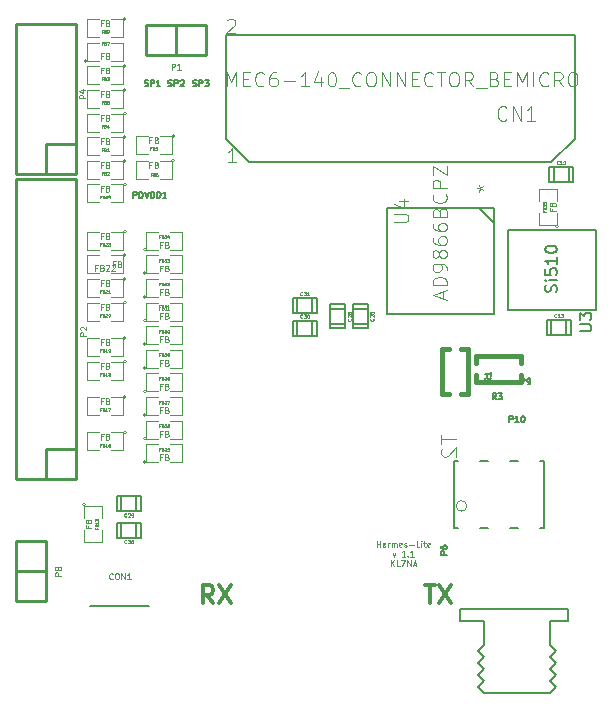
<source format=gto>
%FSLAX34Y34*%
G04 Gerber Fmt 3.4, Leading zero omitted, Abs format*
G04 (created by PCBNEW (2014-06-12 BZR 4942)-product) date Thu 19 Jun 2014 09:02:05 AM PDT*
%MOIN*%
G01*
G70*
G90*
G04 APERTURE LIST*
%ADD10C,0.003937*%
%ADD11C,0.004921*%
%ADD12C,0.011811*%
%ADD13C,0.005000*%
%ADD14C,0.002500*%
%ADD15C,0.006000*%
%ADD16C,0.015000*%
%ADD17C,0.005906*%
%ADD18C,0.003900*%
%ADD19C,0.010000*%
%ADD20C,0.003000*%
%ADD21C,0.005157*%
%ADD22C,0.002400*%
%ADD23C,0.004000*%
%ADD24C,0.002461*%
%ADD25C,0.004300*%
%ADD26C,0.002657*%
%ADD27C,0.003500*%
G04 APERTURE END LIST*
G54D10*
G54D11*
X61414Y-31464D02*
X61414Y-31267D01*
X61414Y-31361D02*
X61526Y-31361D01*
X61526Y-31464D02*
X61526Y-31267D01*
X61695Y-31454D02*
X61676Y-31464D01*
X61639Y-31464D01*
X61620Y-31454D01*
X61611Y-31436D01*
X61611Y-31361D01*
X61620Y-31342D01*
X61639Y-31333D01*
X61676Y-31333D01*
X61695Y-31342D01*
X61704Y-31361D01*
X61704Y-31379D01*
X61611Y-31398D01*
X61789Y-31464D02*
X61789Y-31333D01*
X61789Y-31370D02*
X61798Y-31351D01*
X61807Y-31342D01*
X61826Y-31333D01*
X61845Y-31333D01*
X61910Y-31464D02*
X61910Y-31333D01*
X61910Y-31351D02*
X61920Y-31342D01*
X61939Y-31333D01*
X61967Y-31333D01*
X61985Y-31342D01*
X61995Y-31361D01*
X61995Y-31464D01*
X61995Y-31361D02*
X62004Y-31342D01*
X62023Y-31333D01*
X62051Y-31333D01*
X62070Y-31342D01*
X62079Y-31361D01*
X62079Y-31464D01*
X62248Y-31454D02*
X62229Y-31464D01*
X62192Y-31464D01*
X62173Y-31454D01*
X62164Y-31436D01*
X62164Y-31361D01*
X62173Y-31342D01*
X62192Y-31333D01*
X62229Y-31333D01*
X62248Y-31342D01*
X62257Y-31361D01*
X62257Y-31379D01*
X62164Y-31398D01*
X62332Y-31454D02*
X62351Y-31464D01*
X62389Y-31464D01*
X62407Y-31454D01*
X62417Y-31436D01*
X62417Y-31426D01*
X62407Y-31408D01*
X62389Y-31398D01*
X62360Y-31398D01*
X62342Y-31389D01*
X62332Y-31370D01*
X62332Y-31361D01*
X62342Y-31342D01*
X62360Y-31333D01*
X62389Y-31333D01*
X62407Y-31342D01*
X62501Y-31389D02*
X62651Y-31389D01*
X62838Y-31464D02*
X62745Y-31464D01*
X62745Y-31267D01*
X62904Y-31464D02*
X62904Y-31333D01*
X62904Y-31267D02*
X62895Y-31276D01*
X62904Y-31286D01*
X62913Y-31276D01*
X62904Y-31267D01*
X62904Y-31286D01*
X62970Y-31333D02*
X63045Y-31333D01*
X62998Y-31267D02*
X62998Y-31436D01*
X63007Y-31454D01*
X63026Y-31464D01*
X63045Y-31464D01*
X63185Y-31454D02*
X63167Y-31464D01*
X63129Y-31464D01*
X63110Y-31454D01*
X63101Y-31436D01*
X63101Y-31361D01*
X63110Y-31342D01*
X63129Y-31333D01*
X63167Y-31333D01*
X63185Y-31342D01*
X63195Y-31361D01*
X63195Y-31379D01*
X63101Y-31398D01*
X61943Y-31657D02*
X61990Y-31789D01*
X62037Y-31657D01*
X62365Y-31789D02*
X62253Y-31789D01*
X62309Y-31789D02*
X62309Y-31592D01*
X62290Y-31620D01*
X62271Y-31639D01*
X62253Y-31648D01*
X62449Y-31770D02*
X62459Y-31779D01*
X62449Y-31789D01*
X62440Y-31779D01*
X62449Y-31770D01*
X62449Y-31789D01*
X62646Y-31789D02*
X62534Y-31789D01*
X62590Y-31789D02*
X62590Y-31592D01*
X62571Y-31620D01*
X62553Y-31639D01*
X62534Y-31648D01*
X61887Y-32113D02*
X61887Y-31917D01*
X62000Y-32113D02*
X61915Y-32001D01*
X62000Y-31917D02*
X61887Y-32029D01*
X62178Y-32113D02*
X62084Y-32113D01*
X62084Y-31917D01*
X62225Y-31917D02*
X62356Y-31917D01*
X62271Y-32113D01*
X62431Y-32113D02*
X62431Y-31917D01*
X62543Y-32113D01*
X62543Y-31917D01*
X62628Y-32057D02*
X62721Y-32057D01*
X62609Y-32113D02*
X62674Y-31917D01*
X62740Y-32113D01*
G54D12*
X63014Y-32747D02*
X63352Y-32747D01*
X63183Y-33338D02*
X63183Y-32747D01*
X63492Y-32747D02*
X63886Y-33338D01*
X63886Y-32747D02*
X63492Y-33338D01*
X55964Y-33338D02*
X55767Y-33056D01*
X55627Y-33338D02*
X55627Y-32747D01*
X55852Y-32747D01*
X55908Y-32775D01*
X55936Y-32803D01*
X55964Y-32859D01*
X55964Y-32944D01*
X55936Y-33000D01*
X55908Y-33028D01*
X55852Y-33056D01*
X55627Y-33056D01*
X56161Y-32747D02*
X56555Y-33338D01*
X56555Y-32747D02*
X56161Y-33338D01*
G54D13*
X63988Y-30852D02*
X63988Y-28602D01*
X66988Y-28602D02*
X66988Y-30852D01*
X63988Y-28602D02*
X64113Y-28602D01*
X64863Y-28602D02*
X65113Y-28602D01*
X65863Y-28602D02*
X66113Y-28602D01*
X66863Y-28602D02*
X66988Y-28602D01*
X63988Y-30852D02*
X64113Y-30852D01*
X64863Y-30852D02*
X65113Y-30852D01*
X65863Y-30852D02*
X66113Y-30852D01*
X66863Y-30852D02*
X66988Y-30852D01*
G54D14*
X64414Y-30102D02*
G75*
G03X64414Y-30102I-176J0D01*
G74*
G01*
G54D15*
X64813Y-20159D02*
X65313Y-20659D01*
X65313Y-23469D02*
X65313Y-23349D01*
X65313Y-23269D02*
X65313Y-23149D01*
X65313Y-23069D02*
X65313Y-22949D01*
X65313Y-22879D02*
X65313Y-22759D01*
X65313Y-22679D02*
X65313Y-22559D01*
X65313Y-22479D02*
X65313Y-22359D01*
X65313Y-22289D02*
X65313Y-22169D01*
X65313Y-22089D02*
X65313Y-21969D01*
X65313Y-21889D02*
X65313Y-21769D01*
X65313Y-21689D02*
X65313Y-21569D01*
X65313Y-21499D02*
X65313Y-21379D01*
X65313Y-21299D02*
X65313Y-21179D01*
X65313Y-21099D02*
X65313Y-20979D01*
X65313Y-20909D02*
X65313Y-20789D01*
X65313Y-20709D02*
X65313Y-20589D01*
X65313Y-20509D02*
X65313Y-20389D01*
X65083Y-20159D02*
X64963Y-20159D01*
X64883Y-20159D02*
X64763Y-20159D01*
X64683Y-20159D02*
X64563Y-20159D01*
X64493Y-20159D02*
X64373Y-20159D01*
X64293Y-20159D02*
X64173Y-20159D01*
X64093Y-20159D02*
X63973Y-20159D01*
X63903Y-20159D02*
X63783Y-20159D01*
X63703Y-20159D02*
X63583Y-20159D01*
X63503Y-20159D02*
X63383Y-20159D01*
X63303Y-20159D02*
X63183Y-20159D01*
X63113Y-20159D02*
X62993Y-20159D01*
X62913Y-20159D02*
X62793Y-20159D01*
X62713Y-20159D02*
X62593Y-20159D01*
X62523Y-20159D02*
X62403Y-20159D01*
X62323Y-20159D02*
X62203Y-20159D01*
X62123Y-20159D02*
X62003Y-20159D01*
X61773Y-20389D02*
X61773Y-20509D01*
X61773Y-20589D02*
X61773Y-20709D01*
X61773Y-20789D02*
X61773Y-20909D01*
X61773Y-20979D02*
X61773Y-21099D01*
X61773Y-21179D02*
X61773Y-21299D01*
X61773Y-21379D02*
X61773Y-21499D01*
X61773Y-21569D02*
X61773Y-21689D01*
X61773Y-21769D02*
X61773Y-21889D01*
X61773Y-21969D02*
X61773Y-22089D01*
X61773Y-22169D02*
X61773Y-22289D01*
X61773Y-22359D02*
X61773Y-22479D01*
X61773Y-22559D02*
X61773Y-22679D01*
X61773Y-22759D02*
X61773Y-22879D01*
X61773Y-22949D02*
X61773Y-23069D01*
X61773Y-23149D02*
X61773Y-23269D01*
X61773Y-23349D02*
X61773Y-23469D01*
X62003Y-23699D02*
X62123Y-23699D01*
X62203Y-23699D02*
X62323Y-23699D01*
X62403Y-23699D02*
X62523Y-23699D01*
X62593Y-23699D02*
X62713Y-23699D01*
X62793Y-23699D02*
X62913Y-23699D01*
X62993Y-23699D02*
X63113Y-23699D01*
X63183Y-23699D02*
X63303Y-23699D01*
X63383Y-23699D02*
X63503Y-23699D01*
X63583Y-23699D02*
X63703Y-23699D01*
X63783Y-23699D02*
X63903Y-23699D01*
X63973Y-23699D02*
X64093Y-23699D01*
X64173Y-23699D02*
X64293Y-23699D01*
X64373Y-23699D02*
X64493Y-23699D01*
X64563Y-23699D02*
X64683Y-23699D01*
X64763Y-23699D02*
X64883Y-23699D01*
X64963Y-23699D02*
X65083Y-23699D01*
X61773Y-20159D02*
X61773Y-23699D01*
X61773Y-23699D02*
X65313Y-23699D01*
X65313Y-23699D02*
X65313Y-20159D01*
X65313Y-20159D02*
X61773Y-20159D01*
G54D16*
X64232Y-26358D02*
X64468Y-26358D01*
X64468Y-26358D02*
X64468Y-24862D01*
X64468Y-24862D02*
X64232Y-24862D01*
X63838Y-24862D02*
X63602Y-24862D01*
X63602Y-24862D02*
X63602Y-26358D01*
X63602Y-26358D02*
X63838Y-26358D01*
G54D13*
X61116Y-24029D02*
X60616Y-24029D01*
X61116Y-23529D02*
X60626Y-23529D01*
X61116Y-23379D02*
X61116Y-24179D01*
X61116Y-24179D02*
X60616Y-24179D01*
X60616Y-24179D02*
X60616Y-23379D01*
X60616Y-23379D02*
X61116Y-23379D01*
X60368Y-24029D02*
X59868Y-24029D01*
X60368Y-23529D02*
X59878Y-23529D01*
X60368Y-23379D02*
X60368Y-24179D01*
X60368Y-24179D02*
X59868Y-24179D01*
X59868Y-24179D02*
X59868Y-23379D01*
X59868Y-23379D02*
X60368Y-23379D01*
X52899Y-30269D02*
X52899Y-29769D01*
X53399Y-30269D02*
X53399Y-29779D01*
X53549Y-30269D02*
X52749Y-30269D01*
X52749Y-30269D02*
X52749Y-29769D01*
X52749Y-29769D02*
X53549Y-29769D01*
X53549Y-29769D02*
X53549Y-30269D01*
X59265Y-23923D02*
X59265Y-24423D01*
X58765Y-23923D02*
X58765Y-24413D01*
X58615Y-23923D02*
X59415Y-23923D01*
X59415Y-23923D02*
X59415Y-24423D01*
X59415Y-24423D02*
X58615Y-24423D01*
X58615Y-24423D02*
X58615Y-23923D01*
X59265Y-23175D02*
X59265Y-23675D01*
X58765Y-23175D02*
X58765Y-23665D01*
X58615Y-23175D02*
X59415Y-23175D01*
X59415Y-23175D02*
X59415Y-23675D01*
X59415Y-23675D02*
X58615Y-23675D01*
X58615Y-23675D02*
X58615Y-23175D01*
X52899Y-31155D02*
X52899Y-30655D01*
X53399Y-31155D02*
X53399Y-30665D01*
X53549Y-31155D02*
X52749Y-31155D01*
X52749Y-31155D02*
X52749Y-30655D01*
X52749Y-30655D02*
X53549Y-30655D01*
X53549Y-30655D02*
X53549Y-31155D01*
X56383Y-14417D02*
X68025Y-14417D01*
X68025Y-14417D02*
X68025Y-17866D01*
X68025Y-17866D02*
X67238Y-18653D01*
X67238Y-18653D02*
X57171Y-18653D01*
X57171Y-18653D02*
X56383Y-17866D01*
X56383Y-17866D02*
X56383Y-14417D01*
G54D17*
X51850Y-33425D02*
X53838Y-33425D01*
G54D18*
X53062Y-17810D02*
G75*
G03X53062Y-17810I-50J0D01*
G74*
G01*
X52562Y-17810D02*
X52962Y-17810D01*
X52962Y-17810D02*
X52962Y-18410D01*
X52962Y-18410D02*
X52562Y-18410D01*
X52162Y-18410D02*
X51762Y-18410D01*
X51762Y-18410D02*
X51762Y-17810D01*
X51762Y-17810D02*
X52162Y-17810D01*
X53062Y-18597D02*
G75*
G03X53062Y-18597I-50J0D01*
G74*
G01*
X52562Y-18597D02*
X52962Y-18597D01*
X52962Y-18597D02*
X52962Y-19197D01*
X52962Y-19197D02*
X52562Y-19197D01*
X52162Y-19197D02*
X51762Y-19197D01*
X51762Y-19197D02*
X51762Y-18597D01*
X51762Y-18597D02*
X52162Y-18597D01*
X53062Y-15448D02*
G75*
G03X53062Y-15448I-50J0D01*
G74*
G01*
X52562Y-15448D02*
X52962Y-15448D01*
X52962Y-15448D02*
X52962Y-16048D01*
X52962Y-16048D02*
X52562Y-16048D01*
X52162Y-16048D02*
X51762Y-16048D01*
X51762Y-16048D02*
X51762Y-15448D01*
X51762Y-15448D02*
X52162Y-15448D01*
X53062Y-17022D02*
G75*
G03X53062Y-17022I-50J0D01*
G74*
G01*
X52562Y-17022D02*
X52962Y-17022D01*
X52962Y-17022D02*
X52962Y-17622D01*
X52962Y-17622D02*
X52562Y-17622D01*
X52162Y-17622D02*
X51762Y-17622D01*
X51762Y-17622D02*
X51762Y-17022D01*
X51762Y-17022D02*
X52162Y-17022D01*
X54676Y-17770D02*
G75*
G03X54676Y-17770I-50J0D01*
G74*
G01*
X54176Y-17770D02*
X54576Y-17770D01*
X54576Y-17770D02*
X54576Y-18370D01*
X54576Y-18370D02*
X54176Y-18370D01*
X53776Y-18370D02*
X53376Y-18370D01*
X53376Y-18370D02*
X53376Y-17770D01*
X53376Y-17770D02*
X53776Y-17770D01*
X54676Y-18597D02*
G75*
G03X54676Y-18597I-50J0D01*
G74*
G01*
X54176Y-18597D02*
X54576Y-18597D01*
X54576Y-18597D02*
X54576Y-19197D01*
X54576Y-19197D02*
X54176Y-19197D01*
X53776Y-19197D02*
X53376Y-19197D01*
X53376Y-19197D02*
X53376Y-18597D01*
X53376Y-18597D02*
X53776Y-18597D01*
X51762Y-15260D02*
G75*
G03X51762Y-15260I-50J0D01*
G74*
G01*
X52162Y-15260D02*
X51762Y-15260D01*
X51762Y-15260D02*
X51762Y-14660D01*
X51762Y-14660D02*
X52162Y-14660D01*
X52562Y-14660D02*
X52962Y-14660D01*
X52962Y-14660D02*
X52962Y-15260D01*
X52962Y-15260D02*
X52562Y-15260D01*
X53062Y-16235D02*
G75*
G03X53062Y-16235I-50J0D01*
G74*
G01*
X52562Y-16235D02*
X52962Y-16235D01*
X52962Y-16235D02*
X52962Y-16835D01*
X52962Y-16835D02*
X52562Y-16835D01*
X52162Y-16835D02*
X51762Y-16835D01*
X51762Y-16835D02*
X51762Y-16235D01*
X51762Y-16235D02*
X52162Y-16235D01*
X53062Y-13873D02*
G75*
G03X53062Y-13873I-50J0D01*
G74*
G01*
X52562Y-13873D02*
X52962Y-13873D01*
X52962Y-13873D02*
X52962Y-14473D01*
X52962Y-14473D02*
X52562Y-14473D01*
X52162Y-14473D02*
X51762Y-14473D01*
X51762Y-14473D02*
X51762Y-13873D01*
X51762Y-13873D02*
X52162Y-13873D01*
X51718Y-30058D02*
G75*
G03X51718Y-30058I-50J0D01*
G74*
G01*
X51668Y-30508D02*
X51668Y-30108D01*
X51668Y-30108D02*
X52268Y-30108D01*
X52268Y-30108D02*
X52268Y-30508D01*
X52268Y-30908D02*
X52268Y-31308D01*
X52268Y-31308D02*
X51668Y-31308D01*
X51668Y-31308D02*
X51668Y-30908D01*
G54D19*
X49393Y-19035D02*
X49393Y-14035D01*
X49393Y-14035D02*
X51393Y-14035D01*
X51393Y-14035D02*
X51393Y-18035D01*
X49393Y-19035D02*
X50393Y-19035D01*
X51393Y-19035D02*
X51393Y-18035D01*
X50393Y-19035D02*
X50393Y-18035D01*
X50393Y-18035D02*
X51393Y-18035D01*
X51393Y-19035D02*
X50393Y-19035D01*
G54D17*
X67184Y-36344D02*
X64984Y-36344D01*
X64984Y-36344D02*
X64784Y-36144D01*
X64784Y-36144D02*
X64984Y-35944D01*
X64984Y-35944D02*
X64784Y-35744D01*
X64784Y-35744D02*
X64984Y-35544D01*
X64984Y-35544D02*
X64784Y-35344D01*
X64784Y-35344D02*
X64984Y-35144D01*
X64984Y-35144D02*
X64784Y-34944D01*
X67384Y-34944D02*
X67184Y-35144D01*
X67184Y-35144D02*
X67384Y-35344D01*
X67384Y-35344D02*
X67184Y-35544D01*
X67184Y-35544D02*
X67384Y-35744D01*
X67384Y-35744D02*
X67184Y-35944D01*
X67184Y-35944D02*
X67384Y-36144D01*
X67384Y-36144D02*
X67184Y-36344D01*
X64784Y-34944D02*
X64984Y-34744D01*
X64984Y-34744D02*
X64984Y-33944D01*
X64984Y-33944D02*
X64184Y-33944D01*
X64184Y-33944D02*
X64184Y-33544D01*
X64184Y-33544D02*
X67784Y-33544D01*
X67784Y-33544D02*
X67784Y-33944D01*
X67784Y-33944D02*
X67184Y-33944D01*
X67184Y-33944D02*
X67184Y-34744D01*
X67184Y-34744D02*
X67384Y-34944D01*
G54D19*
X50401Y-32283D02*
X49401Y-32283D01*
X50401Y-31283D02*
X49401Y-31283D01*
X49401Y-31283D02*
X49401Y-32283D01*
X49401Y-32283D02*
X49401Y-33283D01*
X49401Y-33283D02*
X50401Y-33283D01*
X50401Y-33283D02*
X50401Y-31283D01*
G54D16*
X66220Y-25354D02*
X66220Y-25118D01*
X66220Y-25118D02*
X64724Y-25118D01*
X64724Y-25118D02*
X64724Y-25354D01*
X64724Y-25748D02*
X64724Y-25984D01*
X64724Y-25984D02*
X66220Y-25984D01*
X66220Y-25984D02*
X66220Y-25748D01*
G54D17*
X65787Y-20905D02*
X65787Y-23582D01*
X65787Y-23582D02*
X68740Y-23582D01*
X68740Y-23582D02*
X68740Y-20905D01*
X68740Y-20905D02*
X65787Y-20905D01*
X65787Y-20905D02*
X65787Y-20944D01*
X65787Y-20944D02*
X65787Y-20905D01*
G54D19*
X54724Y-15066D02*
X54724Y-14066D01*
X55724Y-15066D02*
X55724Y-14066D01*
X55724Y-14066D02*
X54724Y-14066D01*
X54724Y-14066D02*
X53724Y-14066D01*
X53724Y-14066D02*
X53724Y-15066D01*
X53724Y-15066D02*
X55724Y-15066D01*
G54D18*
X53062Y-27652D02*
G75*
G03X53062Y-27652I-50J0D01*
G74*
G01*
X52562Y-27652D02*
X52962Y-27652D01*
X52962Y-27652D02*
X52962Y-28252D01*
X52962Y-28252D02*
X52562Y-28252D01*
X52162Y-28252D02*
X51762Y-28252D01*
X51762Y-28252D02*
X51762Y-27652D01*
X51762Y-27652D02*
X52162Y-27652D01*
X53062Y-26471D02*
G75*
G03X53062Y-26471I-50J0D01*
G74*
G01*
X52562Y-26471D02*
X52962Y-26471D01*
X52962Y-26471D02*
X52962Y-27071D01*
X52962Y-27071D02*
X52562Y-27071D01*
X52162Y-27071D02*
X51762Y-27071D01*
X51762Y-27071D02*
X51762Y-26471D01*
X51762Y-26471D02*
X52162Y-26471D01*
X53062Y-25290D02*
G75*
G03X53062Y-25290I-50J0D01*
G74*
G01*
X52562Y-25290D02*
X52962Y-25290D01*
X52962Y-25290D02*
X52962Y-25890D01*
X52962Y-25890D02*
X52562Y-25890D01*
X52162Y-25890D02*
X51762Y-25890D01*
X51762Y-25890D02*
X51762Y-25290D01*
X51762Y-25290D02*
X52162Y-25290D01*
X53062Y-24503D02*
G75*
G03X53062Y-24503I-50J0D01*
G74*
G01*
X52562Y-24503D02*
X52962Y-24503D01*
X52962Y-24503D02*
X52962Y-25103D01*
X52962Y-25103D02*
X52562Y-25103D01*
X52162Y-25103D02*
X51762Y-25103D01*
X51762Y-25103D02*
X51762Y-24503D01*
X51762Y-24503D02*
X52162Y-24503D01*
X53062Y-23322D02*
G75*
G03X53062Y-23322I-50J0D01*
G74*
G01*
X52562Y-23322D02*
X52962Y-23322D01*
X52962Y-23322D02*
X52962Y-23922D01*
X52962Y-23922D02*
X52562Y-23922D01*
X52162Y-23922D02*
X51762Y-23922D01*
X51762Y-23922D02*
X51762Y-23322D01*
X51762Y-23322D02*
X52162Y-23322D01*
X53062Y-22534D02*
G75*
G03X53062Y-22534I-50J0D01*
G74*
G01*
X52562Y-22534D02*
X52962Y-22534D01*
X52962Y-22534D02*
X52962Y-23134D01*
X52962Y-23134D02*
X52562Y-23134D01*
X52162Y-23134D02*
X51762Y-23134D01*
X51762Y-23134D02*
X51762Y-22534D01*
X51762Y-22534D02*
X52162Y-22534D01*
X53062Y-21747D02*
G75*
G03X53062Y-21747I-50J0D01*
G74*
G01*
X52562Y-21747D02*
X52962Y-21747D01*
X52962Y-21747D02*
X52962Y-22347D01*
X52962Y-22347D02*
X52562Y-22347D01*
X52162Y-22347D02*
X51762Y-22347D01*
X51762Y-22347D02*
X51762Y-21747D01*
X51762Y-21747D02*
X52162Y-21747D01*
X53062Y-20959D02*
G75*
G03X53062Y-20959I-50J0D01*
G74*
G01*
X52562Y-20959D02*
X52962Y-20959D01*
X52962Y-20959D02*
X52962Y-21559D01*
X52962Y-21559D02*
X52562Y-21559D01*
X52162Y-21559D02*
X51762Y-21559D01*
X51762Y-21559D02*
X51762Y-20959D01*
X51762Y-20959D02*
X52162Y-20959D01*
X53062Y-19385D02*
G75*
G03X53062Y-19385I-50J0D01*
G74*
G01*
X52562Y-19385D02*
X52962Y-19385D01*
X52962Y-19385D02*
X52962Y-19985D01*
X52962Y-19985D02*
X52562Y-19985D01*
X52162Y-19985D02*
X51762Y-19985D01*
X51762Y-19985D02*
X51762Y-19385D01*
X51762Y-19385D02*
X52162Y-19385D01*
X53730Y-28646D02*
G75*
G03X53730Y-28646I-50J0D01*
G74*
G01*
X54130Y-28646D02*
X53730Y-28646D01*
X53730Y-28646D02*
X53730Y-28046D01*
X53730Y-28046D02*
X54130Y-28046D01*
X54530Y-28046D02*
X54930Y-28046D01*
X54930Y-28046D02*
X54930Y-28646D01*
X54930Y-28646D02*
X54530Y-28646D01*
X53730Y-27859D02*
G75*
G03X53730Y-27859I-50J0D01*
G74*
G01*
X54130Y-27859D02*
X53730Y-27859D01*
X53730Y-27859D02*
X53730Y-27259D01*
X53730Y-27259D02*
X54130Y-27259D01*
X54530Y-27259D02*
X54930Y-27259D01*
X54930Y-27259D02*
X54930Y-27859D01*
X54930Y-27859D02*
X54530Y-27859D01*
X53730Y-27071D02*
G75*
G03X53730Y-27071I-50J0D01*
G74*
G01*
X54130Y-27071D02*
X53730Y-27071D01*
X53730Y-27071D02*
X53730Y-26471D01*
X53730Y-26471D02*
X54130Y-26471D01*
X54530Y-26471D02*
X54930Y-26471D01*
X54930Y-26471D02*
X54930Y-27071D01*
X54930Y-27071D02*
X54530Y-27071D01*
X53730Y-26284D02*
G75*
G03X53730Y-26284I-50J0D01*
G74*
G01*
X54130Y-26284D02*
X53730Y-26284D01*
X53730Y-26284D02*
X53730Y-25684D01*
X53730Y-25684D02*
X54130Y-25684D01*
X54530Y-25684D02*
X54930Y-25684D01*
X54930Y-25684D02*
X54930Y-26284D01*
X54930Y-26284D02*
X54530Y-26284D01*
X53730Y-25496D02*
G75*
G03X53730Y-25496I-50J0D01*
G74*
G01*
X54130Y-25496D02*
X53730Y-25496D01*
X53730Y-25496D02*
X53730Y-24896D01*
X53730Y-24896D02*
X54130Y-24896D01*
X54530Y-24896D02*
X54930Y-24896D01*
X54930Y-24896D02*
X54930Y-25496D01*
X54930Y-25496D02*
X54530Y-25496D01*
X53730Y-24709D02*
G75*
G03X53730Y-24709I-50J0D01*
G74*
G01*
X54130Y-24709D02*
X53730Y-24709D01*
X53730Y-24709D02*
X53730Y-24109D01*
X53730Y-24109D02*
X54130Y-24109D01*
X54530Y-24109D02*
X54930Y-24109D01*
X54930Y-24109D02*
X54930Y-24709D01*
X54930Y-24709D02*
X54530Y-24709D01*
X53730Y-23922D02*
G75*
G03X53730Y-23922I-50J0D01*
G74*
G01*
X54130Y-23922D02*
X53730Y-23922D01*
X53730Y-23922D02*
X53730Y-23322D01*
X53730Y-23322D02*
X54130Y-23322D01*
X54530Y-23322D02*
X54930Y-23322D01*
X54930Y-23322D02*
X54930Y-23922D01*
X54930Y-23922D02*
X54530Y-23922D01*
X53730Y-23134D02*
G75*
G03X53730Y-23134I-50J0D01*
G74*
G01*
X54130Y-23134D02*
X53730Y-23134D01*
X53730Y-23134D02*
X53730Y-22534D01*
X53730Y-22534D02*
X54130Y-22534D01*
X54530Y-22534D02*
X54930Y-22534D01*
X54930Y-22534D02*
X54930Y-23134D01*
X54930Y-23134D02*
X54530Y-23134D01*
X53730Y-22347D02*
G75*
G03X53730Y-22347I-50J0D01*
G74*
G01*
X54130Y-22347D02*
X53730Y-22347D01*
X53730Y-22347D02*
X53730Y-21747D01*
X53730Y-21747D02*
X54130Y-21747D01*
X54530Y-21747D02*
X54930Y-21747D01*
X54930Y-21747D02*
X54930Y-22347D01*
X54930Y-22347D02*
X54530Y-22347D01*
X53730Y-21559D02*
G75*
G03X53730Y-21559I-50J0D01*
G74*
G01*
X54130Y-21559D02*
X53730Y-21559D01*
X53730Y-21559D02*
X53730Y-20959D01*
X53730Y-20959D02*
X54130Y-20959D01*
X54530Y-20959D02*
X54930Y-20959D01*
X54930Y-20959D02*
X54930Y-21559D01*
X54930Y-21559D02*
X54530Y-21559D01*
G54D19*
X49393Y-19212D02*
X49393Y-29212D01*
X51393Y-28212D02*
X51393Y-19212D01*
X49393Y-19212D02*
X51393Y-19212D01*
X49393Y-29212D02*
X50393Y-29212D01*
X51393Y-29212D02*
X51393Y-28212D01*
X50393Y-29212D02*
X50393Y-28212D01*
X50393Y-28212D02*
X51393Y-28212D01*
X51393Y-29212D02*
X50393Y-29212D01*
G54D13*
X67809Y-18795D02*
X67809Y-19295D01*
X67309Y-18795D02*
X67309Y-19285D01*
X67159Y-18795D02*
X67959Y-18795D01*
X67959Y-18795D02*
X67959Y-19295D01*
X67959Y-19295D02*
X67159Y-19295D01*
X67159Y-19295D02*
X67159Y-18795D01*
X67730Y-23903D02*
X67730Y-24403D01*
X67230Y-23903D02*
X67230Y-24393D01*
X67080Y-23903D02*
X67880Y-23903D01*
X67880Y-23903D02*
X67880Y-24403D01*
X67880Y-24403D02*
X67080Y-24403D01*
X67080Y-24403D02*
X67080Y-23903D01*
G54D18*
X67485Y-20787D02*
G75*
G03X67485Y-20787I-50J0D01*
G74*
G01*
X67435Y-20337D02*
X67435Y-20737D01*
X67435Y-20737D02*
X66835Y-20737D01*
X66835Y-20737D02*
X66835Y-20337D01*
X66835Y-19937D02*
X66835Y-19537D01*
X66835Y-19537D02*
X67435Y-19537D01*
X67435Y-19537D02*
X67435Y-19937D01*
G54D20*
X61998Y-20642D02*
X62382Y-20642D01*
X62428Y-20620D01*
X62450Y-20597D01*
X62473Y-20552D01*
X62473Y-20461D01*
X62450Y-20416D01*
X62428Y-20394D01*
X62382Y-20371D01*
X61998Y-20371D01*
X62156Y-19941D02*
X62473Y-19941D01*
X61975Y-20054D02*
X62315Y-20167D01*
X62315Y-19873D01*
X63621Y-23177D02*
X63621Y-22951D01*
X63756Y-23222D02*
X63281Y-23064D01*
X63756Y-22905D01*
X63756Y-22747D02*
X63281Y-22747D01*
X63281Y-22634D01*
X63304Y-22566D01*
X63349Y-22521D01*
X63395Y-22498D01*
X63485Y-22476D01*
X63553Y-22476D01*
X63643Y-22498D01*
X63689Y-22521D01*
X63734Y-22566D01*
X63756Y-22634D01*
X63756Y-22747D01*
X63756Y-22249D02*
X63756Y-22159D01*
X63734Y-22114D01*
X63711Y-22091D01*
X63643Y-22046D01*
X63553Y-22023D01*
X63372Y-22023D01*
X63327Y-22046D01*
X63304Y-22068D01*
X63281Y-22114D01*
X63281Y-22204D01*
X63304Y-22249D01*
X63327Y-22272D01*
X63372Y-22295D01*
X63485Y-22295D01*
X63530Y-22272D01*
X63553Y-22249D01*
X63575Y-22204D01*
X63575Y-22114D01*
X63553Y-22068D01*
X63530Y-22046D01*
X63485Y-22023D01*
X63485Y-21752D02*
X63462Y-21797D01*
X63440Y-21820D01*
X63395Y-21842D01*
X63372Y-21842D01*
X63327Y-21820D01*
X63304Y-21797D01*
X63281Y-21752D01*
X63281Y-21661D01*
X63304Y-21616D01*
X63327Y-21593D01*
X63372Y-21571D01*
X63395Y-21571D01*
X63440Y-21593D01*
X63462Y-21616D01*
X63485Y-21661D01*
X63485Y-21752D01*
X63508Y-21797D01*
X63530Y-21820D01*
X63575Y-21842D01*
X63666Y-21842D01*
X63711Y-21820D01*
X63734Y-21797D01*
X63756Y-21752D01*
X63756Y-21661D01*
X63734Y-21616D01*
X63711Y-21593D01*
X63666Y-21571D01*
X63575Y-21571D01*
X63530Y-21593D01*
X63508Y-21616D01*
X63485Y-21661D01*
X63281Y-21164D02*
X63281Y-21254D01*
X63304Y-21299D01*
X63327Y-21322D01*
X63395Y-21367D01*
X63485Y-21390D01*
X63666Y-21390D01*
X63711Y-21367D01*
X63734Y-21345D01*
X63756Y-21299D01*
X63756Y-21209D01*
X63734Y-21164D01*
X63711Y-21141D01*
X63666Y-21118D01*
X63553Y-21118D01*
X63508Y-21141D01*
X63485Y-21164D01*
X63462Y-21209D01*
X63462Y-21299D01*
X63485Y-21345D01*
X63508Y-21367D01*
X63553Y-21390D01*
X63281Y-20711D02*
X63281Y-20802D01*
X63304Y-20847D01*
X63327Y-20870D01*
X63395Y-20915D01*
X63485Y-20937D01*
X63666Y-20937D01*
X63711Y-20915D01*
X63734Y-20892D01*
X63756Y-20847D01*
X63756Y-20757D01*
X63734Y-20711D01*
X63711Y-20689D01*
X63666Y-20666D01*
X63553Y-20666D01*
X63508Y-20689D01*
X63485Y-20711D01*
X63462Y-20757D01*
X63462Y-20847D01*
X63485Y-20892D01*
X63508Y-20915D01*
X63553Y-20937D01*
X63508Y-20304D02*
X63530Y-20236D01*
X63553Y-20214D01*
X63598Y-20191D01*
X63666Y-20191D01*
X63711Y-20214D01*
X63734Y-20236D01*
X63756Y-20282D01*
X63756Y-20462D01*
X63281Y-20462D01*
X63281Y-20304D01*
X63304Y-20259D01*
X63327Y-20236D01*
X63372Y-20214D01*
X63417Y-20214D01*
X63462Y-20236D01*
X63485Y-20259D01*
X63508Y-20304D01*
X63508Y-20462D01*
X63711Y-19716D02*
X63734Y-19739D01*
X63756Y-19807D01*
X63756Y-19852D01*
X63734Y-19920D01*
X63689Y-19965D01*
X63643Y-19987D01*
X63553Y-20010D01*
X63485Y-20010D01*
X63395Y-19987D01*
X63349Y-19965D01*
X63304Y-19920D01*
X63281Y-19852D01*
X63281Y-19807D01*
X63304Y-19739D01*
X63327Y-19716D01*
X63756Y-19512D02*
X63281Y-19512D01*
X63281Y-19332D01*
X63304Y-19286D01*
X63327Y-19264D01*
X63372Y-19241D01*
X63440Y-19241D01*
X63485Y-19264D01*
X63508Y-19286D01*
X63530Y-19332D01*
X63530Y-19512D01*
X63281Y-19083D02*
X63281Y-18766D01*
X63756Y-19083D01*
X63756Y-18766D01*
X64753Y-19519D02*
X64866Y-19519D01*
X64821Y-19632D02*
X64866Y-19519D01*
X64821Y-19406D01*
X64956Y-19586D02*
X64866Y-19519D01*
X64956Y-19451D01*
G54D21*
X65238Y-25833D02*
X65140Y-25902D01*
X65238Y-25951D02*
X65032Y-25951D01*
X65032Y-25872D01*
X65042Y-25853D01*
X65052Y-25843D01*
X65071Y-25833D01*
X65101Y-25833D01*
X65121Y-25843D01*
X65130Y-25853D01*
X65140Y-25872D01*
X65140Y-25951D01*
X65238Y-25637D02*
X65238Y-25755D01*
X65238Y-25696D02*
X65032Y-25696D01*
X65062Y-25715D01*
X65081Y-25735D01*
X65091Y-25755D01*
G54D22*
X61298Y-23855D02*
X61303Y-23861D01*
X61309Y-23877D01*
X61309Y-23889D01*
X61303Y-23905D01*
X61292Y-23917D01*
X61281Y-23922D01*
X61258Y-23928D01*
X61242Y-23928D01*
X61219Y-23922D01*
X61208Y-23917D01*
X61197Y-23905D01*
X61191Y-23889D01*
X61191Y-23877D01*
X61197Y-23861D01*
X61202Y-23855D01*
X61202Y-23810D02*
X61197Y-23804D01*
X61191Y-23793D01*
X61191Y-23765D01*
X61197Y-23754D01*
X61202Y-23748D01*
X61213Y-23743D01*
X61225Y-23743D01*
X61242Y-23748D01*
X61309Y-23816D01*
X61309Y-23743D01*
X61191Y-23636D02*
X61191Y-23692D01*
X61247Y-23698D01*
X61242Y-23692D01*
X61236Y-23681D01*
X61236Y-23653D01*
X61242Y-23641D01*
X61247Y-23636D01*
X61258Y-23630D01*
X61287Y-23630D01*
X61298Y-23636D01*
X61303Y-23641D01*
X61309Y-23653D01*
X61309Y-23681D01*
X61303Y-23692D01*
X61298Y-23698D01*
X60550Y-23855D02*
X60555Y-23861D01*
X60561Y-23877D01*
X60561Y-23889D01*
X60555Y-23905D01*
X60544Y-23917D01*
X60533Y-23922D01*
X60510Y-23928D01*
X60494Y-23928D01*
X60471Y-23922D01*
X60460Y-23917D01*
X60449Y-23905D01*
X60443Y-23889D01*
X60443Y-23877D01*
X60449Y-23861D01*
X60454Y-23855D01*
X60454Y-23810D02*
X60449Y-23804D01*
X60443Y-23793D01*
X60443Y-23765D01*
X60449Y-23754D01*
X60454Y-23748D01*
X60465Y-23743D01*
X60477Y-23743D01*
X60494Y-23748D01*
X60561Y-23816D01*
X60561Y-23743D01*
X60494Y-23675D02*
X60488Y-23686D01*
X60482Y-23692D01*
X60471Y-23698D01*
X60465Y-23698D01*
X60454Y-23692D01*
X60449Y-23686D01*
X60443Y-23675D01*
X60443Y-23653D01*
X60449Y-23641D01*
X60454Y-23636D01*
X60465Y-23630D01*
X60471Y-23630D01*
X60482Y-23636D01*
X60488Y-23641D01*
X60494Y-23653D01*
X60494Y-23675D01*
X60499Y-23686D01*
X60505Y-23692D01*
X60516Y-23698D01*
X60539Y-23698D01*
X60550Y-23692D01*
X60555Y-23686D01*
X60561Y-23675D01*
X60561Y-23653D01*
X60555Y-23641D01*
X60550Y-23636D01*
X60539Y-23630D01*
X60516Y-23630D01*
X60505Y-23636D01*
X60499Y-23641D01*
X60494Y-23653D01*
X53073Y-30451D02*
X53068Y-30457D01*
X53051Y-30463D01*
X53040Y-30463D01*
X53023Y-30457D01*
X53011Y-30446D01*
X53006Y-30434D01*
X53000Y-30412D01*
X53000Y-30395D01*
X53006Y-30373D01*
X53011Y-30361D01*
X53023Y-30350D01*
X53040Y-30345D01*
X53051Y-30345D01*
X53068Y-30350D01*
X53073Y-30356D01*
X53118Y-30356D02*
X53124Y-30350D01*
X53135Y-30345D01*
X53163Y-30345D01*
X53174Y-30350D01*
X53180Y-30356D01*
X53186Y-30367D01*
X53186Y-30378D01*
X53180Y-30395D01*
X53113Y-30463D01*
X53186Y-30463D01*
X53242Y-30463D02*
X53264Y-30463D01*
X53276Y-30457D01*
X53281Y-30451D01*
X53292Y-30434D01*
X53298Y-30412D01*
X53298Y-30367D01*
X53292Y-30356D01*
X53287Y-30350D01*
X53276Y-30345D01*
X53253Y-30345D01*
X53242Y-30350D01*
X53236Y-30356D01*
X53231Y-30367D01*
X53231Y-30395D01*
X53236Y-30406D01*
X53242Y-30412D01*
X53253Y-30418D01*
X53276Y-30418D01*
X53287Y-30412D01*
X53292Y-30406D01*
X53298Y-30395D01*
X58939Y-23825D02*
X58934Y-23830D01*
X58917Y-23836D01*
X58906Y-23836D01*
X58889Y-23830D01*
X58878Y-23819D01*
X58872Y-23808D01*
X58866Y-23786D01*
X58866Y-23769D01*
X58872Y-23746D01*
X58878Y-23735D01*
X58889Y-23724D01*
X58906Y-23718D01*
X58917Y-23718D01*
X58934Y-23724D01*
X58939Y-23729D01*
X58979Y-23718D02*
X59052Y-23718D01*
X59012Y-23763D01*
X59029Y-23763D01*
X59041Y-23769D01*
X59046Y-23774D01*
X59052Y-23786D01*
X59052Y-23814D01*
X59046Y-23825D01*
X59041Y-23830D01*
X59029Y-23836D01*
X58996Y-23836D01*
X58984Y-23830D01*
X58979Y-23825D01*
X59125Y-23718D02*
X59136Y-23718D01*
X59147Y-23724D01*
X59153Y-23729D01*
X59159Y-23741D01*
X59164Y-23763D01*
X59164Y-23791D01*
X59159Y-23814D01*
X59153Y-23825D01*
X59147Y-23830D01*
X59136Y-23836D01*
X59125Y-23836D01*
X59114Y-23830D01*
X59108Y-23825D01*
X59102Y-23814D01*
X59097Y-23791D01*
X59097Y-23763D01*
X59102Y-23741D01*
X59108Y-23729D01*
X59114Y-23724D01*
X59125Y-23718D01*
X58939Y-23077D02*
X58934Y-23082D01*
X58917Y-23088D01*
X58906Y-23088D01*
X58889Y-23082D01*
X58878Y-23071D01*
X58872Y-23060D01*
X58866Y-23038D01*
X58866Y-23021D01*
X58872Y-22998D01*
X58878Y-22987D01*
X58889Y-22976D01*
X58906Y-22970D01*
X58917Y-22970D01*
X58934Y-22976D01*
X58939Y-22981D01*
X58979Y-22970D02*
X59052Y-22970D01*
X59012Y-23015D01*
X59029Y-23015D01*
X59041Y-23021D01*
X59046Y-23026D01*
X59052Y-23038D01*
X59052Y-23066D01*
X59046Y-23077D01*
X59041Y-23082D01*
X59029Y-23088D01*
X58996Y-23088D01*
X58984Y-23082D01*
X58979Y-23077D01*
X59164Y-23088D02*
X59097Y-23088D01*
X59130Y-23088D02*
X59130Y-22970D01*
X59119Y-22987D01*
X59108Y-22998D01*
X59097Y-23004D01*
X53073Y-31337D02*
X53068Y-31343D01*
X53051Y-31348D01*
X53040Y-31348D01*
X53023Y-31343D01*
X53011Y-31332D01*
X53006Y-31320D01*
X53000Y-31298D01*
X53000Y-31281D01*
X53006Y-31258D01*
X53011Y-31247D01*
X53023Y-31236D01*
X53040Y-31230D01*
X53051Y-31230D01*
X53068Y-31236D01*
X53073Y-31242D01*
X53113Y-31230D02*
X53186Y-31230D01*
X53146Y-31275D01*
X53163Y-31275D01*
X53174Y-31281D01*
X53180Y-31287D01*
X53186Y-31298D01*
X53186Y-31326D01*
X53180Y-31337D01*
X53174Y-31343D01*
X53163Y-31348D01*
X53129Y-31348D01*
X53118Y-31343D01*
X53113Y-31337D01*
X53287Y-31230D02*
X53264Y-31230D01*
X53253Y-31236D01*
X53247Y-31242D01*
X53236Y-31258D01*
X53231Y-31281D01*
X53231Y-31326D01*
X53236Y-31337D01*
X53242Y-31343D01*
X53253Y-31348D01*
X53276Y-31348D01*
X53287Y-31343D01*
X53292Y-31337D01*
X53298Y-31326D01*
X53298Y-31298D01*
X53292Y-31287D01*
X53287Y-31281D01*
X53276Y-31275D01*
X53253Y-31275D01*
X53242Y-31281D01*
X53236Y-31287D01*
X53231Y-31298D01*
G54D23*
X65738Y-17215D02*
X65716Y-17238D01*
X65648Y-17260D01*
X65603Y-17260D01*
X65535Y-17238D01*
X65490Y-17192D01*
X65467Y-17147D01*
X65444Y-17057D01*
X65444Y-16989D01*
X65467Y-16898D01*
X65490Y-16853D01*
X65535Y-16808D01*
X65603Y-16785D01*
X65648Y-16785D01*
X65716Y-16808D01*
X65738Y-16831D01*
X65942Y-17260D02*
X65942Y-16785D01*
X66213Y-17260D01*
X66213Y-16785D01*
X66688Y-17260D02*
X66417Y-17260D01*
X66553Y-17260D02*
X66553Y-16785D01*
X66507Y-16853D01*
X66462Y-16898D01*
X66417Y-16921D01*
X56412Y-16119D02*
X56412Y-15644D01*
X56570Y-15983D01*
X56728Y-15644D01*
X56728Y-16119D01*
X56955Y-15870D02*
X57113Y-15870D01*
X57181Y-16119D02*
X56955Y-16119D01*
X56955Y-15644D01*
X57181Y-15644D01*
X57656Y-16073D02*
X57633Y-16096D01*
X57565Y-16119D01*
X57520Y-16119D01*
X57452Y-16096D01*
X57407Y-16051D01*
X57384Y-16006D01*
X57362Y-15915D01*
X57362Y-15847D01*
X57384Y-15757D01*
X57407Y-15711D01*
X57452Y-15666D01*
X57520Y-15644D01*
X57565Y-15644D01*
X57633Y-15666D01*
X57656Y-15689D01*
X58063Y-15644D02*
X57973Y-15644D01*
X57927Y-15666D01*
X57905Y-15689D01*
X57859Y-15757D01*
X57837Y-15847D01*
X57837Y-16028D01*
X57859Y-16073D01*
X57882Y-16096D01*
X57927Y-16119D01*
X58018Y-16119D01*
X58063Y-16096D01*
X58086Y-16073D01*
X58108Y-16028D01*
X58108Y-15915D01*
X58086Y-15870D01*
X58063Y-15847D01*
X58018Y-15825D01*
X57927Y-15825D01*
X57882Y-15847D01*
X57859Y-15870D01*
X57837Y-15915D01*
X58312Y-15938D02*
X58674Y-15938D01*
X59149Y-16119D02*
X58877Y-16119D01*
X59013Y-16119D02*
X59013Y-15644D01*
X58968Y-15711D01*
X58923Y-15757D01*
X58877Y-15779D01*
X59556Y-15802D02*
X59556Y-16119D01*
X59443Y-15621D02*
X59330Y-15960D01*
X59624Y-15960D01*
X59895Y-15644D02*
X59940Y-15644D01*
X59986Y-15666D01*
X60008Y-15689D01*
X60031Y-15734D01*
X60053Y-15825D01*
X60053Y-15938D01*
X60031Y-16028D01*
X60008Y-16073D01*
X59986Y-16096D01*
X59940Y-16119D01*
X59895Y-16119D01*
X59850Y-16096D01*
X59827Y-16073D01*
X59805Y-16028D01*
X59782Y-15938D01*
X59782Y-15825D01*
X59805Y-15734D01*
X59827Y-15689D01*
X59850Y-15666D01*
X59895Y-15644D01*
X60144Y-16164D02*
X60506Y-16164D01*
X60890Y-16073D02*
X60868Y-16096D01*
X60800Y-16119D01*
X60755Y-16119D01*
X60687Y-16096D01*
X60642Y-16051D01*
X60619Y-16006D01*
X60596Y-15915D01*
X60596Y-15847D01*
X60619Y-15757D01*
X60642Y-15711D01*
X60687Y-15666D01*
X60755Y-15644D01*
X60800Y-15644D01*
X60868Y-15666D01*
X60890Y-15689D01*
X61184Y-15644D02*
X61275Y-15644D01*
X61320Y-15666D01*
X61365Y-15711D01*
X61388Y-15802D01*
X61388Y-15960D01*
X61365Y-16051D01*
X61320Y-16096D01*
X61275Y-16119D01*
X61184Y-16119D01*
X61139Y-16096D01*
X61094Y-16051D01*
X61071Y-15960D01*
X61071Y-15802D01*
X61094Y-15711D01*
X61139Y-15666D01*
X61184Y-15644D01*
X61592Y-16119D02*
X61592Y-15644D01*
X61863Y-16119D01*
X61863Y-15644D01*
X62089Y-16119D02*
X62089Y-15644D01*
X62361Y-16119D01*
X62361Y-15644D01*
X62587Y-15870D02*
X62745Y-15870D01*
X62813Y-16119D02*
X62587Y-16119D01*
X62587Y-15644D01*
X62813Y-15644D01*
X63288Y-16073D02*
X63265Y-16096D01*
X63198Y-16119D01*
X63152Y-16119D01*
X63084Y-16096D01*
X63039Y-16051D01*
X63017Y-16006D01*
X62994Y-15915D01*
X62994Y-15847D01*
X63017Y-15757D01*
X63039Y-15711D01*
X63084Y-15666D01*
X63152Y-15644D01*
X63198Y-15644D01*
X63265Y-15666D01*
X63288Y-15689D01*
X63424Y-15644D02*
X63695Y-15644D01*
X63559Y-16119D02*
X63559Y-15644D01*
X63944Y-15644D02*
X64034Y-15644D01*
X64080Y-15666D01*
X64125Y-15711D01*
X64148Y-15802D01*
X64148Y-15960D01*
X64125Y-16051D01*
X64080Y-16096D01*
X64034Y-16119D01*
X63944Y-16119D01*
X63899Y-16096D01*
X63853Y-16051D01*
X63831Y-15960D01*
X63831Y-15802D01*
X63853Y-15711D01*
X63899Y-15666D01*
X63944Y-15644D01*
X64623Y-16119D02*
X64464Y-15892D01*
X64351Y-16119D02*
X64351Y-15644D01*
X64532Y-15644D01*
X64577Y-15666D01*
X64600Y-15689D01*
X64623Y-15734D01*
X64623Y-15802D01*
X64600Y-15847D01*
X64577Y-15870D01*
X64532Y-15892D01*
X64351Y-15892D01*
X64713Y-16164D02*
X65075Y-16164D01*
X65346Y-15870D02*
X65414Y-15892D01*
X65437Y-15915D01*
X65459Y-15960D01*
X65459Y-16028D01*
X65437Y-16073D01*
X65414Y-16096D01*
X65369Y-16119D01*
X65188Y-16119D01*
X65188Y-15644D01*
X65346Y-15644D01*
X65392Y-15666D01*
X65414Y-15689D01*
X65437Y-15734D01*
X65437Y-15779D01*
X65414Y-15825D01*
X65392Y-15847D01*
X65346Y-15870D01*
X65188Y-15870D01*
X65663Y-15870D02*
X65821Y-15870D01*
X65889Y-16119D02*
X65663Y-16119D01*
X65663Y-15644D01*
X65889Y-15644D01*
X66093Y-16119D02*
X66093Y-15644D01*
X66251Y-15983D01*
X66409Y-15644D01*
X66409Y-16119D01*
X66636Y-16119D02*
X66636Y-15644D01*
X67133Y-16073D02*
X67111Y-16096D01*
X67043Y-16119D01*
X66998Y-16119D01*
X66930Y-16096D01*
X66884Y-16051D01*
X66862Y-16006D01*
X66839Y-15915D01*
X66839Y-15847D01*
X66862Y-15757D01*
X66884Y-15711D01*
X66930Y-15666D01*
X66998Y-15644D01*
X67043Y-15644D01*
X67111Y-15666D01*
X67133Y-15689D01*
X67608Y-16119D02*
X67450Y-15892D01*
X67337Y-16119D02*
X67337Y-15644D01*
X67518Y-15644D01*
X67563Y-15666D01*
X67586Y-15689D01*
X67608Y-15734D01*
X67608Y-15802D01*
X67586Y-15847D01*
X67563Y-15870D01*
X67518Y-15892D01*
X67337Y-15892D01*
X67902Y-15644D02*
X67993Y-15644D01*
X68038Y-15666D01*
X68083Y-15711D01*
X68106Y-15802D01*
X68106Y-15960D01*
X68083Y-16051D01*
X68038Y-16096D01*
X67993Y-16119D01*
X67902Y-16119D01*
X67857Y-16096D01*
X67812Y-16051D01*
X67789Y-15960D01*
X67789Y-15802D01*
X67812Y-15711D01*
X67857Y-15666D01*
X67902Y-15644D01*
X56739Y-18638D02*
X56468Y-18638D01*
X56604Y-18638D02*
X56604Y-18163D01*
X56558Y-18231D01*
X56513Y-18276D01*
X56468Y-18299D01*
X56429Y-13917D02*
X56451Y-13895D01*
X56496Y-13872D01*
X56610Y-13872D01*
X56655Y-13895D01*
X56677Y-13917D01*
X56700Y-13962D01*
X56700Y-14008D01*
X56677Y-14076D01*
X56406Y-14347D01*
X56700Y-14347D01*
G54D11*
X52615Y-32530D02*
X52605Y-32540D01*
X52577Y-32549D01*
X52559Y-32549D01*
X52530Y-32540D01*
X52512Y-32521D01*
X52502Y-32502D01*
X52493Y-32465D01*
X52493Y-32437D01*
X52502Y-32399D01*
X52512Y-32380D01*
X52530Y-32362D01*
X52559Y-32352D01*
X52577Y-32352D01*
X52605Y-32362D01*
X52615Y-32371D01*
X52737Y-32352D02*
X52774Y-32352D01*
X52793Y-32362D01*
X52812Y-32380D01*
X52821Y-32418D01*
X52821Y-32484D01*
X52812Y-32521D01*
X52793Y-32540D01*
X52774Y-32549D01*
X52737Y-32549D01*
X52718Y-32540D01*
X52699Y-32521D01*
X52690Y-32484D01*
X52690Y-32418D01*
X52699Y-32380D01*
X52718Y-32362D01*
X52737Y-32352D01*
X52905Y-32549D02*
X52905Y-32352D01*
X53018Y-32549D01*
X53018Y-32352D01*
X53215Y-32549D02*
X53102Y-32549D01*
X53158Y-32549D02*
X53158Y-32352D01*
X53140Y-32380D01*
X53121Y-32399D01*
X53102Y-32409D01*
G54D24*
X52280Y-18228D02*
X52247Y-18228D01*
X52247Y-18279D02*
X52247Y-18181D01*
X52294Y-18181D01*
X52364Y-18228D02*
X52378Y-18232D01*
X52383Y-18237D01*
X52387Y-18246D01*
X52387Y-18261D01*
X52383Y-18270D01*
X52378Y-18275D01*
X52369Y-18279D01*
X52331Y-18279D01*
X52331Y-18181D01*
X52364Y-18181D01*
X52373Y-18186D01*
X52378Y-18190D01*
X52383Y-18200D01*
X52383Y-18209D01*
X52378Y-18218D01*
X52373Y-18223D01*
X52364Y-18228D01*
X52331Y-18228D01*
X52481Y-18279D02*
X52425Y-18279D01*
X52453Y-18279D02*
X52453Y-18181D01*
X52444Y-18195D01*
X52434Y-18204D01*
X52425Y-18209D01*
G54D25*
X52291Y-17946D02*
X52226Y-17946D01*
X52226Y-18049D02*
X52226Y-17852D01*
X52319Y-17852D01*
X52460Y-17946D02*
X52488Y-17955D01*
X52498Y-17964D01*
X52507Y-17983D01*
X52507Y-18011D01*
X52498Y-18030D01*
X52488Y-18039D01*
X52470Y-18049D01*
X52395Y-18049D01*
X52395Y-17852D01*
X52460Y-17852D01*
X52479Y-17861D01*
X52488Y-17871D01*
X52498Y-17889D01*
X52498Y-17908D01*
X52488Y-17927D01*
X52479Y-17936D01*
X52460Y-17946D01*
X52395Y-17946D01*
G54D24*
X52280Y-19015D02*
X52247Y-19015D01*
X52247Y-19067D02*
X52247Y-18968D01*
X52294Y-18968D01*
X52364Y-19015D02*
X52378Y-19020D01*
X52383Y-19024D01*
X52387Y-19034D01*
X52387Y-19048D01*
X52383Y-19057D01*
X52378Y-19062D01*
X52369Y-19067D01*
X52331Y-19067D01*
X52331Y-18968D01*
X52364Y-18968D01*
X52373Y-18973D01*
X52378Y-18978D01*
X52383Y-18987D01*
X52383Y-18996D01*
X52378Y-19006D01*
X52373Y-19010D01*
X52364Y-19015D01*
X52331Y-19015D01*
X52425Y-18978D02*
X52430Y-18973D01*
X52439Y-18968D01*
X52462Y-18968D01*
X52472Y-18973D01*
X52477Y-18978D01*
X52481Y-18987D01*
X52481Y-18996D01*
X52477Y-19010D01*
X52420Y-19067D01*
X52481Y-19067D01*
G54D25*
X52291Y-18733D02*
X52226Y-18733D01*
X52226Y-18836D02*
X52226Y-18639D01*
X52319Y-18639D01*
X52460Y-18733D02*
X52488Y-18742D01*
X52498Y-18752D01*
X52507Y-18771D01*
X52507Y-18799D01*
X52498Y-18817D01*
X52488Y-18827D01*
X52470Y-18836D01*
X52395Y-18836D01*
X52395Y-18639D01*
X52460Y-18639D01*
X52479Y-18649D01*
X52488Y-18658D01*
X52498Y-18677D01*
X52498Y-18696D01*
X52488Y-18714D01*
X52479Y-18724D01*
X52460Y-18733D01*
X52395Y-18733D01*
G54D24*
X52280Y-15866D02*
X52247Y-15866D01*
X52247Y-15917D02*
X52247Y-15819D01*
X52294Y-15819D01*
X52364Y-15866D02*
X52378Y-15870D01*
X52383Y-15875D01*
X52387Y-15884D01*
X52387Y-15898D01*
X52383Y-15908D01*
X52378Y-15912D01*
X52369Y-15917D01*
X52331Y-15917D01*
X52331Y-15819D01*
X52364Y-15819D01*
X52373Y-15823D01*
X52378Y-15828D01*
X52383Y-15837D01*
X52383Y-15847D01*
X52378Y-15856D01*
X52373Y-15861D01*
X52364Y-15866D01*
X52331Y-15866D01*
X52420Y-15819D02*
X52481Y-15819D01*
X52448Y-15856D01*
X52462Y-15856D01*
X52472Y-15861D01*
X52477Y-15866D01*
X52481Y-15875D01*
X52481Y-15898D01*
X52477Y-15908D01*
X52472Y-15912D01*
X52462Y-15917D01*
X52434Y-15917D01*
X52425Y-15912D01*
X52420Y-15908D01*
G54D25*
X52291Y-15583D02*
X52226Y-15583D01*
X52226Y-15687D02*
X52226Y-15490D01*
X52319Y-15490D01*
X52460Y-15583D02*
X52488Y-15593D01*
X52498Y-15602D01*
X52507Y-15621D01*
X52507Y-15649D01*
X52498Y-15668D01*
X52488Y-15677D01*
X52470Y-15687D01*
X52395Y-15687D01*
X52395Y-15490D01*
X52460Y-15490D01*
X52479Y-15499D01*
X52488Y-15508D01*
X52498Y-15527D01*
X52498Y-15546D01*
X52488Y-15565D01*
X52479Y-15574D01*
X52460Y-15583D01*
X52395Y-15583D01*
G54D24*
X52280Y-17440D02*
X52247Y-17440D01*
X52247Y-17492D02*
X52247Y-17393D01*
X52294Y-17393D01*
X52364Y-17440D02*
X52378Y-17445D01*
X52383Y-17450D01*
X52387Y-17459D01*
X52387Y-17473D01*
X52383Y-17482D01*
X52378Y-17487D01*
X52369Y-17492D01*
X52331Y-17492D01*
X52331Y-17393D01*
X52364Y-17393D01*
X52373Y-17398D01*
X52378Y-17403D01*
X52383Y-17412D01*
X52383Y-17422D01*
X52378Y-17431D01*
X52373Y-17436D01*
X52364Y-17440D01*
X52331Y-17440D01*
X52472Y-17426D02*
X52472Y-17492D01*
X52448Y-17389D02*
X52425Y-17459D01*
X52486Y-17459D01*
G54D25*
X52291Y-17158D02*
X52226Y-17158D01*
X52226Y-17261D02*
X52226Y-17064D01*
X52319Y-17064D01*
X52460Y-17158D02*
X52488Y-17168D01*
X52498Y-17177D01*
X52507Y-17196D01*
X52507Y-17224D01*
X52498Y-17243D01*
X52488Y-17252D01*
X52470Y-17261D01*
X52395Y-17261D01*
X52395Y-17064D01*
X52460Y-17064D01*
X52479Y-17074D01*
X52488Y-17083D01*
X52498Y-17102D01*
X52498Y-17121D01*
X52488Y-17140D01*
X52479Y-17149D01*
X52460Y-17158D01*
X52395Y-17158D01*
G54D24*
X53894Y-18188D02*
X53861Y-18188D01*
X53861Y-18240D02*
X53861Y-18141D01*
X53908Y-18141D01*
X53978Y-18188D02*
X53992Y-18193D01*
X53997Y-18198D01*
X54002Y-18207D01*
X54002Y-18221D01*
X53997Y-18231D01*
X53992Y-18235D01*
X53983Y-18240D01*
X53945Y-18240D01*
X53945Y-18141D01*
X53978Y-18141D01*
X53988Y-18146D01*
X53992Y-18151D01*
X53997Y-18160D01*
X53997Y-18170D01*
X53992Y-18179D01*
X53988Y-18184D01*
X53978Y-18188D01*
X53945Y-18188D01*
X54091Y-18141D02*
X54044Y-18141D01*
X54039Y-18188D01*
X54044Y-18184D01*
X54053Y-18179D01*
X54077Y-18179D01*
X54086Y-18184D01*
X54091Y-18188D01*
X54095Y-18198D01*
X54095Y-18221D01*
X54091Y-18231D01*
X54086Y-18235D01*
X54077Y-18240D01*
X54053Y-18240D01*
X54044Y-18235D01*
X54039Y-18231D01*
G54D25*
X53906Y-17906D02*
X53840Y-17906D01*
X53840Y-18009D02*
X53840Y-17812D01*
X53934Y-17812D01*
X54074Y-17906D02*
X54103Y-17916D01*
X54112Y-17925D01*
X54121Y-17944D01*
X54121Y-17972D01*
X54112Y-17991D01*
X54103Y-18000D01*
X54084Y-18009D01*
X54009Y-18009D01*
X54009Y-17812D01*
X54074Y-17812D01*
X54093Y-17822D01*
X54103Y-17831D01*
X54112Y-17850D01*
X54112Y-17869D01*
X54103Y-17888D01*
X54093Y-17897D01*
X54074Y-17906D01*
X54009Y-17906D01*
G54D24*
X53914Y-19057D02*
X53881Y-19057D01*
X53881Y-19109D02*
X53881Y-19011D01*
X53928Y-19011D01*
X53998Y-19057D02*
X54012Y-19062D01*
X54017Y-19067D01*
X54021Y-19076D01*
X54021Y-19090D01*
X54017Y-19100D01*
X54012Y-19104D01*
X54003Y-19109D01*
X53965Y-19109D01*
X53965Y-19011D01*
X53998Y-19011D01*
X54007Y-19015D01*
X54012Y-19020D01*
X54017Y-19029D01*
X54017Y-19039D01*
X54012Y-19048D01*
X54007Y-19053D01*
X53998Y-19057D01*
X53965Y-19057D01*
X54106Y-19011D02*
X54087Y-19011D01*
X54078Y-19015D01*
X54073Y-19020D01*
X54064Y-19034D01*
X54059Y-19053D01*
X54059Y-19090D01*
X54064Y-19100D01*
X54068Y-19104D01*
X54078Y-19109D01*
X54096Y-19109D01*
X54106Y-19104D01*
X54110Y-19100D01*
X54115Y-19090D01*
X54115Y-19067D01*
X54110Y-19057D01*
X54106Y-19053D01*
X54096Y-19048D01*
X54078Y-19048D01*
X54068Y-19053D01*
X54064Y-19057D01*
X54059Y-19067D01*
G54D25*
X53906Y-18733D02*
X53840Y-18733D01*
X53840Y-18836D02*
X53840Y-18639D01*
X53934Y-18639D01*
X54074Y-18733D02*
X54103Y-18742D01*
X54112Y-18752D01*
X54121Y-18771D01*
X54121Y-18799D01*
X54112Y-18817D01*
X54103Y-18827D01*
X54084Y-18836D01*
X54009Y-18836D01*
X54009Y-18639D01*
X54074Y-18639D01*
X54093Y-18649D01*
X54103Y-18658D01*
X54112Y-18677D01*
X54112Y-18696D01*
X54103Y-18714D01*
X54093Y-18724D01*
X54074Y-18733D01*
X54009Y-18733D01*
G54D24*
X52280Y-14678D02*
X52247Y-14678D01*
X52247Y-14729D02*
X52247Y-14631D01*
X52294Y-14631D01*
X52364Y-14678D02*
X52378Y-14682D01*
X52383Y-14687D01*
X52387Y-14696D01*
X52387Y-14710D01*
X52383Y-14720D01*
X52378Y-14724D01*
X52369Y-14729D01*
X52331Y-14729D01*
X52331Y-14631D01*
X52364Y-14631D01*
X52373Y-14635D01*
X52378Y-14640D01*
X52383Y-14649D01*
X52383Y-14659D01*
X52378Y-14668D01*
X52373Y-14673D01*
X52364Y-14678D01*
X52331Y-14678D01*
X52420Y-14631D02*
X52486Y-14631D01*
X52444Y-14729D01*
G54D25*
X52291Y-15096D02*
X52226Y-15096D01*
X52226Y-15199D02*
X52226Y-15002D01*
X52319Y-15002D01*
X52460Y-15096D02*
X52488Y-15105D01*
X52498Y-15115D01*
X52507Y-15134D01*
X52507Y-15162D01*
X52498Y-15180D01*
X52488Y-15190D01*
X52470Y-15199D01*
X52395Y-15199D01*
X52395Y-15002D01*
X52460Y-15002D01*
X52479Y-15012D01*
X52488Y-15021D01*
X52498Y-15040D01*
X52498Y-15059D01*
X52488Y-15077D01*
X52479Y-15087D01*
X52460Y-15096D01*
X52395Y-15096D01*
G54D24*
X52280Y-16653D02*
X52247Y-16653D01*
X52247Y-16704D02*
X52247Y-16606D01*
X52294Y-16606D01*
X52364Y-16653D02*
X52378Y-16658D01*
X52383Y-16662D01*
X52387Y-16672D01*
X52387Y-16686D01*
X52383Y-16695D01*
X52378Y-16700D01*
X52369Y-16704D01*
X52331Y-16704D01*
X52331Y-16606D01*
X52364Y-16606D01*
X52373Y-16611D01*
X52378Y-16615D01*
X52383Y-16625D01*
X52383Y-16634D01*
X52378Y-16644D01*
X52373Y-16648D01*
X52364Y-16653D01*
X52331Y-16653D01*
X52444Y-16648D02*
X52434Y-16644D01*
X52430Y-16639D01*
X52425Y-16629D01*
X52425Y-16625D01*
X52430Y-16615D01*
X52434Y-16611D01*
X52444Y-16606D01*
X52462Y-16606D01*
X52472Y-16611D01*
X52477Y-16615D01*
X52481Y-16625D01*
X52481Y-16629D01*
X52477Y-16639D01*
X52472Y-16644D01*
X52462Y-16648D01*
X52444Y-16648D01*
X52434Y-16653D01*
X52430Y-16658D01*
X52425Y-16667D01*
X52425Y-16686D01*
X52430Y-16695D01*
X52434Y-16700D01*
X52444Y-16704D01*
X52462Y-16704D01*
X52472Y-16700D01*
X52477Y-16695D01*
X52481Y-16686D01*
X52481Y-16667D01*
X52477Y-16658D01*
X52472Y-16653D01*
X52462Y-16648D01*
G54D25*
X52291Y-16371D02*
X52226Y-16371D01*
X52226Y-16474D02*
X52226Y-16277D01*
X52319Y-16277D01*
X52460Y-16371D02*
X52488Y-16380D01*
X52498Y-16390D01*
X52507Y-16408D01*
X52507Y-16437D01*
X52498Y-16455D01*
X52488Y-16465D01*
X52470Y-16474D01*
X52395Y-16474D01*
X52395Y-16277D01*
X52460Y-16277D01*
X52479Y-16286D01*
X52488Y-16296D01*
X52498Y-16315D01*
X52498Y-16333D01*
X52488Y-16352D01*
X52479Y-16361D01*
X52460Y-16371D01*
X52395Y-16371D01*
G54D24*
X52280Y-14291D02*
X52247Y-14291D01*
X52247Y-14342D02*
X52247Y-14244D01*
X52294Y-14244D01*
X52364Y-14291D02*
X52378Y-14295D01*
X52383Y-14300D01*
X52387Y-14309D01*
X52387Y-14324D01*
X52383Y-14333D01*
X52378Y-14338D01*
X52369Y-14342D01*
X52331Y-14342D01*
X52331Y-14244D01*
X52364Y-14244D01*
X52373Y-14249D01*
X52378Y-14253D01*
X52383Y-14263D01*
X52383Y-14272D01*
X52378Y-14281D01*
X52373Y-14286D01*
X52364Y-14291D01*
X52331Y-14291D01*
X52434Y-14342D02*
X52453Y-14342D01*
X52462Y-14338D01*
X52467Y-14333D01*
X52477Y-14319D01*
X52481Y-14300D01*
X52481Y-14263D01*
X52477Y-14253D01*
X52472Y-14249D01*
X52462Y-14244D01*
X52444Y-14244D01*
X52434Y-14249D01*
X52430Y-14253D01*
X52425Y-14263D01*
X52425Y-14286D01*
X52430Y-14295D01*
X52434Y-14300D01*
X52444Y-14305D01*
X52462Y-14305D01*
X52472Y-14300D01*
X52477Y-14295D01*
X52481Y-14286D01*
G54D25*
X52291Y-14009D02*
X52226Y-14009D01*
X52226Y-14112D02*
X52226Y-13915D01*
X52319Y-13915D01*
X52460Y-14009D02*
X52488Y-14018D01*
X52498Y-14027D01*
X52507Y-14046D01*
X52507Y-14074D01*
X52498Y-14093D01*
X52488Y-14102D01*
X52470Y-14112D01*
X52395Y-14112D01*
X52395Y-13915D01*
X52460Y-13915D01*
X52479Y-13924D01*
X52488Y-13934D01*
X52498Y-13952D01*
X52498Y-13971D01*
X52488Y-13990D01*
X52479Y-13999D01*
X52460Y-14009D01*
X52395Y-14009D01*
G54D24*
X52086Y-30837D02*
X52086Y-30870D01*
X52138Y-30870D02*
X52039Y-30870D01*
X52039Y-30823D01*
X52086Y-30753D02*
X52091Y-30739D01*
X52095Y-30734D01*
X52105Y-30729D01*
X52119Y-30729D01*
X52128Y-30734D01*
X52133Y-30739D01*
X52138Y-30748D01*
X52138Y-30785D01*
X52039Y-30785D01*
X52039Y-30753D01*
X52044Y-30743D01*
X52048Y-30739D01*
X52058Y-30734D01*
X52067Y-30734D01*
X52077Y-30739D01*
X52081Y-30743D01*
X52086Y-30753D01*
X52086Y-30785D01*
X52138Y-30636D02*
X52138Y-30692D01*
X52138Y-30664D02*
X52039Y-30664D01*
X52053Y-30673D01*
X52063Y-30682D01*
X52067Y-30692D01*
X52039Y-30603D02*
X52039Y-30542D01*
X52077Y-30575D01*
X52077Y-30561D01*
X52081Y-30551D01*
X52086Y-30546D01*
X52095Y-30542D01*
X52119Y-30542D01*
X52128Y-30546D01*
X52133Y-30551D01*
X52138Y-30561D01*
X52138Y-30589D01*
X52133Y-30598D01*
X52128Y-30603D01*
G54D25*
X51804Y-30779D02*
X51804Y-30844D01*
X51907Y-30844D02*
X51710Y-30844D01*
X51710Y-30750D01*
X51804Y-30610D02*
X51813Y-30582D01*
X51823Y-30572D01*
X51841Y-30563D01*
X51870Y-30563D01*
X51888Y-30572D01*
X51898Y-30582D01*
X51907Y-30600D01*
X51907Y-30675D01*
X51710Y-30675D01*
X51710Y-30610D01*
X51720Y-30591D01*
X51729Y-30582D01*
X51748Y-30572D01*
X51766Y-30572D01*
X51785Y-30582D01*
X51795Y-30591D01*
X51804Y-30610D01*
X51804Y-30675D01*
G54D11*
X51703Y-16513D02*
X51506Y-16513D01*
X51506Y-16438D01*
X51515Y-16419D01*
X51525Y-16410D01*
X51543Y-16400D01*
X51571Y-16400D01*
X51590Y-16410D01*
X51600Y-16419D01*
X51609Y-16438D01*
X51609Y-16513D01*
X51571Y-16232D02*
X51703Y-16232D01*
X51497Y-16279D02*
X51637Y-16325D01*
X51637Y-16204D01*
G54D21*
X63754Y-31727D02*
X63548Y-31727D01*
X63548Y-31648D01*
X63558Y-31628D01*
X63568Y-31619D01*
X63587Y-31609D01*
X63617Y-31609D01*
X63636Y-31619D01*
X63646Y-31628D01*
X63656Y-31648D01*
X63656Y-31727D01*
X63548Y-31432D02*
X63548Y-31471D01*
X63558Y-31491D01*
X63568Y-31501D01*
X63597Y-31520D01*
X63636Y-31530D01*
X63715Y-31530D01*
X63735Y-31520D01*
X63744Y-31510D01*
X63754Y-31491D01*
X63754Y-31452D01*
X63744Y-31432D01*
X63735Y-31422D01*
X63715Y-31412D01*
X63666Y-31412D01*
X63646Y-31422D01*
X63636Y-31432D01*
X63627Y-31452D01*
X63627Y-31491D01*
X63636Y-31510D01*
X63646Y-31520D01*
X63666Y-31530D01*
G54D26*
X50890Y-32428D02*
X50693Y-32428D01*
X50693Y-32353D01*
X50703Y-32335D01*
X50712Y-32325D01*
X50731Y-32316D01*
X50759Y-32316D01*
X50778Y-32325D01*
X50787Y-32335D01*
X50796Y-32353D01*
X50796Y-32428D01*
X50778Y-32203D02*
X50768Y-32222D01*
X50759Y-32231D01*
X50740Y-32241D01*
X50731Y-32241D01*
X50712Y-32231D01*
X50703Y-32222D01*
X50693Y-32203D01*
X50693Y-32166D01*
X50703Y-32147D01*
X50712Y-32138D01*
X50731Y-32128D01*
X50740Y-32128D01*
X50759Y-32138D01*
X50768Y-32147D01*
X50778Y-32166D01*
X50778Y-32203D01*
X50787Y-32222D01*
X50796Y-32231D01*
X50815Y-32241D01*
X50853Y-32241D01*
X50871Y-32231D01*
X50881Y-32222D01*
X50890Y-32203D01*
X50890Y-32166D01*
X50881Y-32147D01*
X50871Y-32138D01*
X50853Y-32128D01*
X50815Y-32128D01*
X50796Y-32138D01*
X50787Y-32147D01*
X50778Y-32166D01*
G54D21*
X53295Y-19833D02*
X53295Y-19627D01*
X53373Y-19627D01*
X53393Y-19637D01*
X53403Y-19646D01*
X53413Y-19666D01*
X53413Y-19695D01*
X53403Y-19715D01*
X53393Y-19725D01*
X53373Y-19735D01*
X53295Y-19735D01*
X53501Y-19833D02*
X53501Y-19627D01*
X53550Y-19627D01*
X53580Y-19637D01*
X53599Y-19656D01*
X53609Y-19676D01*
X53619Y-19715D01*
X53619Y-19745D01*
X53609Y-19784D01*
X53599Y-19804D01*
X53580Y-19823D01*
X53550Y-19833D01*
X53501Y-19833D01*
X53678Y-19627D02*
X53747Y-19833D01*
X53815Y-19627D01*
X53884Y-19833D02*
X53884Y-19627D01*
X53933Y-19627D01*
X53963Y-19637D01*
X53982Y-19656D01*
X53992Y-19676D01*
X54002Y-19715D01*
X54002Y-19745D01*
X53992Y-19784D01*
X53982Y-19804D01*
X53963Y-19823D01*
X53933Y-19833D01*
X53884Y-19833D01*
X54090Y-19833D02*
X54090Y-19627D01*
X54139Y-19627D01*
X54169Y-19637D01*
X54189Y-19656D01*
X54198Y-19676D01*
X54208Y-19715D01*
X54208Y-19745D01*
X54198Y-19784D01*
X54189Y-19804D01*
X54169Y-19823D01*
X54139Y-19833D01*
X54090Y-19833D01*
X54405Y-19833D02*
X54287Y-19833D01*
X54346Y-19833D02*
X54346Y-19627D01*
X54326Y-19656D01*
X54306Y-19676D01*
X54287Y-19686D01*
X65399Y-26550D02*
X65330Y-26452D01*
X65281Y-26550D02*
X65281Y-26344D01*
X65359Y-26344D01*
X65379Y-26354D01*
X65389Y-26363D01*
X65399Y-26383D01*
X65399Y-26412D01*
X65389Y-26432D01*
X65379Y-26442D01*
X65359Y-26452D01*
X65281Y-26452D01*
X65467Y-26344D02*
X65595Y-26344D01*
X65526Y-26422D01*
X65556Y-26422D01*
X65575Y-26432D01*
X65585Y-26442D01*
X65595Y-26462D01*
X65595Y-26511D01*
X65585Y-26530D01*
X65575Y-26540D01*
X65556Y-26550D01*
X65497Y-26550D01*
X65477Y-26540D01*
X65467Y-26530D01*
G54D27*
X63560Y-27745D02*
X63560Y-28030D01*
X64060Y-27887D02*
X63560Y-27887D01*
X63608Y-28173D02*
X63584Y-28197D01*
X63560Y-28245D01*
X63560Y-28364D01*
X63584Y-28411D01*
X63608Y-28435D01*
X63656Y-28459D01*
X63703Y-28459D01*
X63775Y-28435D01*
X64060Y-28149D01*
X64060Y-28459D01*
G54D17*
X68180Y-24276D02*
X68498Y-24276D01*
X68536Y-24257D01*
X68555Y-24238D01*
X68573Y-24201D01*
X68573Y-24126D01*
X68555Y-24088D01*
X68536Y-24070D01*
X68498Y-24051D01*
X68180Y-24051D01*
X68180Y-23901D02*
X68180Y-23657D01*
X68330Y-23788D01*
X68330Y-23732D01*
X68348Y-23695D01*
X68367Y-23676D01*
X68405Y-23657D01*
X68498Y-23657D01*
X68536Y-23676D01*
X68555Y-23695D01*
X68573Y-23732D01*
X68573Y-23845D01*
X68555Y-23882D01*
X68536Y-23901D01*
X67403Y-22973D02*
X67422Y-22917D01*
X67422Y-22823D01*
X67403Y-22785D01*
X67384Y-22767D01*
X67347Y-22748D01*
X67309Y-22748D01*
X67272Y-22767D01*
X67253Y-22785D01*
X67234Y-22823D01*
X67215Y-22898D01*
X67197Y-22935D01*
X67178Y-22954D01*
X67140Y-22973D01*
X67103Y-22973D01*
X67065Y-22954D01*
X67047Y-22935D01*
X67028Y-22898D01*
X67028Y-22804D01*
X67047Y-22748D01*
X67422Y-22579D02*
X67159Y-22579D01*
X67028Y-22579D02*
X67047Y-22598D01*
X67065Y-22579D01*
X67047Y-22560D01*
X67028Y-22579D01*
X67065Y-22579D01*
X67028Y-22204D02*
X67028Y-22392D01*
X67215Y-22410D01*
X67197Y-22392D01*
X67178Y-22354D01*
X67178Y-22260D01*
X67197Y-22223D01*
X67215Y-22204D01*
X67253Y-22185D01*
X67347Y-22185D01*
X67384Y-22204D01*
X67403Y-22223D01*
X67422Y-22260D01*
X67422Y-22354D01*
X67403Y-22392D01*
X67384Y-22410D01*
X67422Y-21811D02*
X67422Y-22035D01*
X67422Y-21923D02*
X67028Y-21923D01*
X67084Y-21961D01*
X67122Y-21998D01*
X67140Y-22035D01*
X67028Y-21567D02*
X67028Y-21529D01*
X67047Y-21492D01*
X67065Y-21473D01*
X67103Y-21454D01*
X67178Y-21436D01*
X67272Y-21436D01*
X67347Y-21454D01*
X67384Y-21473D01*
X67403Y-21492D01*
X67422Y-21529D01*
X67422Y-21567D01*
X67403Y-21604D01*
X67384Y-21623D01*
X67347Y-21642D01*
X67272Y-21661D01*
X67178Y-21661D01*
X67103Y-21642D01*
X67065Y-21623D01*
X67047Y-21604D01*
X67028Y-21567D01*
G54D11*
X54579Y-15555D02*
X54579Y-15359D01*
X54654Y-15359D01*
X54672Y-15368D01*
X54682Y-15377D01*
X54691Y-15396D01*
X54691Y-15424D01*
X54682Y-15443D01*
X54672Y-15452D01*
X54654Y-15462D01*
X54579Y-15462D01*
X54879Y-15555D02*
X54766Y-15555D01*
X54822Y-15555D02*
X54822Y-15359D01*
X54804Y-15387D01*
X54785Y-15405D01*
X54766Y-15415D01*
G54D24*
X52233Y-28070D02*
X52200Y-28070D01*
X52200Y-28122D02*
X52200Y-28023D01*
X52247Y-28023D01*
X52317Y-28070D02*
X52331Y-28075D01*
X52336Y-28080D01*
X52341Y-28089D01*
X52341Y-28103D01*
X52336Y-28112D01*
X52331Y-28117D01*
X52322Y-28122D01*
X52284Y-28122D01*
X52284Y-28023D01*
X52317Y-28023D01*
X52327Y-28028D01*
X52331Y-28033D01*
X52336Y-28042D01*
X52336Y-28051D01*
X52331Y-28061D01*
X52327Y-28066D01*
X52317Y-28070D01*
X52284Y-28070D01*
X52434Y-28122D02*
X52378Y-28122D01*
X52406Y-28122D02*
X52406Y-28023D01*
X52397Y-28037D01*
X52387Y-28047D01*
X52378Y-28051D01*
X52519Y-28023D02*
X52500Y-28023D01*
X52491Y-28028D01*
X52486Y-28033D01*
X52477Y-28047D01*
X52472Y-28066D01*
X52472Y-28103D01*
X52477Y-28112D01*
X52481Y-28117D01*
X52491Y-28122D01*
X52509Y-28122D01*
X52519Y-28117D01*
X52523Y-28112D01*
X52528Y-28103D01*
X52528Y-28080D01*
X52523Y-28070D01*
X52519Y-28066D01*
X52509Y-28061D01*
X52491Y-28061D01*
X52481Y-28066D01*
X52477Y-28070D01*
X52472Y-28080D01*
G54D25*
X52291Y-27788D02*
X52226Y-27788D01*
X52226Y-27891D02*
X52226Y-27694D01*
X52319Y-27694D01*
X52460Y-27788D02*
X52488Y-27798D01*
X52498Y-27807D01*
X52507Y-27826D01*
X52507Y-27854D01*
X52498Y-27873D01*
X52488Y-27882D01*
X52470Y-27891D01*
X52395Y-27891D01*
X52395Y-27694D01*
X52460Y-27694D01*
X52479Y-27704D01*
X52488Y-27713D01*
X52498Y-27732D01*
X52498Y-27751D01*
X52488Y-27769D01*
X52479Y-27779D01*
X52460Y-27788D01*
X52395Y-27788D01*
G54D24*
X52233Y-26889D02*
X52200Y-26889D01*
X52200Y-26941D02*
X52200Y-26842D01*
X52247Y-26842D01*
X52317Y-26889D02*
X52331Y-26894D01*
X52336Y-26898D01*
X52341Y-26908D01*
X52341Y-26922D01*
X52336Y-26931D01*
X52331Y-26936D01*
X52322Y-26941D01*
X52284Y-26941D01*
X52284Y-26842D01*
X52317Y-26842D01*
X52327Y-26847D01*
X52331Y-26852D01*
X52336Y-26861D01*
X52336Y-26870D01*
X52331Y-26880D01*
X52327Y-26884D01*
X52317Y-26889D01*
X52284Y-26889D01*
X52434Y-26941D02*
X52378Y-26941D01*
X52406Y-26941D02*
X52406Y-26842D01*
X52397Y-26856D01*
X52387Y-26866D01*
X52378Y-26870D01*
X52467Y-26842D02*
X52533Y-26842D01*
X52491Y-26941D01*
G54D25*
X52291Y-26607D02*
X52226Y-26607D01*
X52226Y-26710D02*
X52226Y-26513D01*
X52319Y-26513D01*
X52460Y-26607D02*
X52488Y-26616D01*
X52498Y-26626D01*
X52507Y-26645D01*
X52507Y-26673D01*
X52498Y-26692D01*
X52488Y-26701D01*
X52470Y-26710D01*
X52395Y-26710D01*
X52395Y-26513D01*
X52460Y-26513D01*
X52479Y-26523D01*
X52488Y-26532D01*
X52498Y-26551D01*
X52498Y-26570D01*
X52488Y-26588D01*
X52479Y-26598D01*
X52460Y-26607D01*
X52395Y-26607D01*
G54D24*
X52233Y-25708D02*
X52200Y-25708D01*
X52200Y-25760D02*
X52200Y-25661D01*
X52247Y-25661D01*
X52317Y-25708D02*
X52331Y-25713D01*
X52336Y-25717D01*
X52341Y-25727D01*
X52341Y-25741D01*
X52336Y-25750D01*
X52331Y-25755D01*
X52322Y-25760D01*
X52284Y-25760D01*
X52284Y-25661D01*
X52317Y-25661D01*
X52327Y-25666D01*
X52331Y-25671D01*
X52336Y-25680D01*
X52336Y-25689D01*
X52331Y-25699D01*
X52327Y-25703D01*
X52317Y-25708D01*
X52284Y-25708D01*
X52434Y-25760D02*
X52378Y-25760D01*
X52406Y-25760D02*
X52406Y-25661D01*
X52397Y-25675D01*
X52387Y-25685D01*
X52378Y-25689D01*
X52491Y-25703D02*
X52481Y-25699D01*
X52477Y-25694D01*
X52472Y-25685D01*
X52472Y-25680D01*
X52477Y-25671D01*
X52481Y-25666D01*
X52491Y-25661D01*
X52509Y-25661D01*
X52519Y-25666D01*
X52523Y-25671D01*
X52528Y-25680D01*
X52528Y-25685D01*
X52523Y-25694D01*
X52519Y-25699D01*
X52509Y-25703D01*
X52491Y-25703D01*
X52481Y-25708D01*
X52477Y-25713D01*
X52472Y-25722D01*
X52472Y-25741D01*
X52477Y-25750D01*
X52481Y-25755D01*
X52491Y-25760D01*
X52509Y-25760D01*
X52519Y-25755D01*
X52523Y-25750D01*
X52528Y-25741D01*
X52528Y-25722D01*
X52523Y-25713D01*
X52519Y-25708D01*
X52509Y-25703D01*
G54D25*
X52291Y-25426D02*
X52226Y-25426D01*
X52226Y-25529D02*
X52226Y-25332D01*
X52319Y-25332D01*
X52460Y-25426D02*
X52488Y-25435D01*
X52498Y-25445D01*
X52507Y-25464D01*
X52507Y-25492D01*
X52498Y-25510D01*
X52488Y-25520D01*
X52470Y-25529D01*
X52395Y-25529D01*
X52395Y-25332D01*
X52460Y-25332D01*
X52479Y-25342D01*
X52488Y-25351D01*
X52498Y-25370D01*
X52498Y-25388D01*
X52488Y-25407D01*
X52479Y-25417D01*
X52460Y-25426D01*
X52395Y-25426D01*
G54D24*
X52233Y-24921D02*
X52200Y-24921D01*
X52200Y-24972D02*
X52200Y-24874D01*
X52247Y-24874D01*
X52317Y-24921D02*
X52331Y-24925D01*
X52336Y-24930D01*
X52341Y-24939D01*
X52341Y-24953D01*
X52336Y-24963D01*
X52331Y-24967D01*
X52322Y-24972D01*
X52284Y-24972D01*
X52284Y-24874D01*
X52317Y-24874D01*
X52327Y-24878D01*
X52331Y-24883D01*
X52336Y-24892D01*
X52336Y-24902D01*
X52331Y-24911D01*
X52327Y-24916D01*
X52317Y-24921D01*
X52284Y-24921D01*
X52434Y-24972D02*
X52378Y-24972D01*
X52406Y-24972D02*
X52406Y-24874D01*
X52397Y-24888D01*
X52387Y-24897D01*
X52378Y-24902D01*
X52481Y-24972D02*
X52500Y-24972D01*
X52509Y-24967D01*
X52514Y-24963D01*
X52523Y-24949D01*
X52528Y-24930D01*
X52528Y-24892D01*
X52523Y-24883D01*
X52519Y-24878D01*
X52509Y-24874D01*
X52491Y-24874D01*
X52481Y-24878D01*
X52477Y-24883D01*
X52472Y-24892D01*
X52472Y-24916D01*
X52477Y-24925D01*
X52481Y-24930D01*
X52491Y-24935D01*
X52509Y-24935D01*
X52519Y-24930D01*
X52523Y-24925D01*
X52528Y-24916D01*
G54D25*
X52291Y-24639D02*
X52226Y-24639D01*
X52226Y-24742D02*
X52226Y-24545D01*
X52319Y-24545D01*
X52460Y-24639D02*
X52488Y-24648D01*
X52498Y-24657D01*
X52507Y-24676D01*
X52507Y-24704D01*
X52498Y-24723D01*
X52488Y-24732D01*
X52470Y-24742D01*
X52395Y-24742D01*
X52395Y-24545D01*
X52460Y-24545D01*
X52479Y-24554D01*
X52488Y-24564D01*
X52498Y-24582D01*
X52498Y-24601D01*
X52488Y-24620D01*
X52479Y-24629D01*
X52460Y-24639D01*
X52395Y-24639D01*
G54D24*
X52233Y-23740D02*
X52200Y-23740D01*
X52200Y-23791D02*
X52200Y-23693D01*
X52247Y-23693D01*
X52317Y-23740D02*
X52331Y-23744D01*
X52336Y-23749D01*
X52341Y-23758D01*
X52341Y-23772D01*
X52336Y-23782D01*
X52331Y-23786D01*
X52322Y-23791D01*
X52284Y-23791D01*
X52284Y-23693D01*
X52317Y-23693D01*
X52327Y-23697D01*
X52331Y-23702D01*
X52336Y-23711D01*
X52336Y-23721D01*
X52331Y-23730D01*
X52327Y-23735D01*
X52317Y-23740D01*
X52284Y-23740D01*
X52378Y-23702D02*
X52383Y-23697D01*
X52392Y-23693D01*
X52416Y-23693D01*
X52425Y-23697D01*
X52430Y-23702D01*
X52434Y-23711D01*
X52434Y-23721D01*
X52430Y-23735D01*
X52373Y-23791D01*
X52434Y-23791D01*
X52495Y-23693D02*
X52505Y-23693D01*
X52514Y-23697D01*
X52519Y-23702D01*
X52523Y-23711D01*
X52528Y-23730D01*
X52528Y-23754D01*
X52523Y-23772D01*
X52519Y-23782D01*
X52514Y-23786D01*
X52505Y-23791D01*
X52495Y-23791D01*
X52486Y-23786D01*
X52481Y-23782D01*
X52477Y-23772D01*
X52472Y-23754D01*
X52472Y-23730D01*
X52477Y-23711D01*
X52481Y-23702D01*
X52486Y-23697D01*
X52495Y-23693D01*
G54D25*
X52291Y-23457D02*
X52226Y-23457D01*
X52226Y-23561D02*
X52226Y-23364D01*
X52319Y-23364D01*
X52460Y-23457D02*
X52488Y-23467D01*
X52498Y-23476D01*
X52507Y-23495D01*
X52507Y-23523D01*
X52498Y-23542D01*
X52488Y-23551D01*
X52470Y-23561D01*
X52395Y-23561D01*
X52395Y-23364D01*
X52460Y-23364D01*
X52479Y-23373D01*
X52488Y-23382D01*
X52498Y-23401D01*
X52498Y-23420D01*
X52488Y-23439D01*
X52479Y-23448D01*
X52460Y-23457D01*
X52395Y-23457D01*
G54D24*
X52233Y-22952D02*
X52200Y-22952D01*
X52200Y-23004D02*
X52200Y-22905D01*
X52247Y-22905D01*
X52317Y-22952D02*
X52331Y-22957D01*
X52336Y-22961D01*
X52341Y-22971D01*
X52341Y-22985D01*
X52336Y-22994D01*
X52331Y-22999D01*
X52322Y-23004D01*
X52284Y-23004D01*
X52284Y-22905D01*
X52317Y-22905D01*
X52327Y-22910D01*
X52331Y-22915D01*
X52336Y-22924D01*
X52336Y-22933D01*
X52331Y-22943D01*
X52327Y-22947D01*
X52317Y-22952D01*
X52284Y-22952D01*
X52378Y-22915D02*
X52383Y-22910D01*
X52392Y-22905D01*
X52416Y-22905D01*
X52425Y-22910D01*
X52430Y-22915D01*
X52434Y-22924D01*
X52434Y-22933D01*
X52430Y-22947D01*
X52373Y-23004D01*
X52434Y-23004D01*
X52528Y-23004D02*
X52472Y-23004D01*
X52500Y-23004D02*
X52500Y-22905D01*
X52491Y-22919D01*
X52481Y-22929D01*
X52472Y-22933D01*
G54D25*
X52291Y-22670D02*
X52226Y-22670D01*
X52226Y-22773D02*
X52226Y-22576D01*
X52319Y-22576D01*
X52460Y-22670D02*
X52488Y-22679D01*
X52498Y-22689D01*
X52507Y-22708D01*
X52507Y-22736D01*
X52498Y-22755D01*
X52488Y-22764D01*
X52470Y-22773D01*
X52395Y-22773D01*
X52395Y-22576D01*
X52460Y-22576D01*
X52479Y-22586D01*
X52488Y-22595D01*
X52498Y-22614D01*
X52498Y-22633D01*
X52488Y-22651D01*
X52479Y-22661D01*
X52460Y-22670D01*
X52395Y-22670D01*
X52104Y-22158D02*
X52038Y-22158D01*
X52038Y-22261D02*
X52038Y-22064D01*
X52132Y-22064D01*
X52273Y-22158D02*
X52301Y-22167D01*
X52310Y-22176D01*
X52319Y-22195D01*
X52319Y-22223D01*
X52310Y-22242D01*
X52301Y-22251D01*
X52282Y-22261D01*
X52207Y-22261D01*
X52207Y-22064D01*
X52273Y-22064D01*
X52291Y-22073D01*
X52301Y-22083D01*
X52310Y-22101D01*
X52310Y-22120D01*
X52301Y-22139D01*
X52291Y-22148D01*
X52273Y-22158D01*
X52207Y-22158D01*
X52395Y-22083D02*
X52404Y-22073D01*
X52423Y-22064D01*
X52470Y-22064D01*
X52488Y-22073D01*
X52498Y-22083D01*
X52507Y-22101D01*
X52507Y-22120D01*
X52498Y-22148D01*
X52385Y-22261D01*
X52507Y-22261D01*
X52582Y-22083D02*
X52592Y-22073D01*
X52610Y-22064D01*
X52657Y-22064D01*
X52676Y-22073D01*
X52685Y-22083D01*
X52695Y-22101D01*
X52695Y-22120D01*
X52685Y-22148D01*
X52573Y-22261D01*
X52695Y-22261D01*
X52685Y-22033D02*
X52619Y-22033D01*
X52619Y-22136D02*
X52619Y-21939D01*
X52713Y-21939D01*
X52854Y-22033D02*
X52882Y-22042D01*
X52891Y-22051D01*
X52901Y-22070D01*
X52901Y-22098D01*
X52891Y-22117D01*
X52882Y-22126D01*
X52863Y-22136D01*
X52788Y-22136D01*
X52788Y-21939D01*
X52854Y-21939D01*
X52873Y-21948D01*
X52882Y-21958D01*
X52891Y-21976D01*
X52891Y-21995D01*
X52882Y-22014D01*
X52873Y-22023D01*
X52854Y-22033D01*
X52788Y-22033D01*
G54D24*
X52233Y-21377D02*
X52200Y-21377D01*
X52200Y-21429D02*
X52200Y-21330D01*
X52247Y-21330D01*
X52317Y-21377D02*
X52331Y-21382D01*
X52336Y-21387D01*
X52341Y-21396D01*
X52341Y-21410D01*
X52336Y-21419D01*
X52331Y-21424D01*
X52322Y-21429D01*
X52284Y-21429D01*
X52284Y-21330D01*
X52317Y-21330D01*
X52327Y-21335D01*
X52331Y-21340D01*
X52336Y-21349D01*
X52336Y-21359D01*
X52331Y-21368D01*
X52327Y-21373D01*
X52317Y-21377D01*
X52284Y-21377D01*
X52378Y-21340D02*
X52383Y-21335D01*
X52392Y-21330D01*
X52416Y-21330D01*
X52425Y-21335D01*
X52430Y-21340D01*
X52434Y-21349D01*
X52434Y-21359D01*
X52430Y-21373D01*
X52373Y-21429D01*
X52434Y-21429D01*
X52467Y-21330D02*
X52528Y-21330D01*
X52495Y-21368D01*
X52509Y-21368D01*
X52519Y-21373D01*
X52523Y-21377D01*
X52528Y-21387D01*
X52528Y-21410D01*
X52523Y-21419D01*
X52519Y-21424D01*
X52509Y-21429D01*
X52481Y-21429D01*
X52472Y-21424D01*
X52467Y-21419D01*
G54D25*
X52291Y-21095D02*
X52226Y-21095D01*
X52226Y-21198D02*
X52226Y-21001D01*
X52319Y-21001D01*
X52460Y-21095D02*
X52488Y-21105D01*
X52498Y-21114D01*
X52507Y-21133D01*
X52507Y-21161D01*
X52498Y-21180D01*
X52488Y-21189D01*
X52470Y-21198D01*
X52395Y-21198D01*
X52395Y-21001D01*
X52460Y-21001D01*
X52479Y-21011D01*
X52488Y-21020D01*
X52498Y-21039D01*
X52498Y-21058D01*
X52488Y-21077D01*
X52479Y-21086D01*
X52460Y-21095D01*
X52395Y-21095D01*
G54D24*
X52233Y-19803D02*
X52200Y-19803D01*
X52200Y-19854D02*
X52200Y-19756D01*
X52247Y-19756D01*
X52317Y-19803D02*
X52331Y-19807D01*
X52336Y-19812D01*
X52341Y-19821D01*
X52341Y-19835D01*
X52336Y-19845D01*
X52331Y-19849D01*
X52322Y-19854D01*
X52284Y-19854D01*
X52284Y-19756D01*
X52317Y-19756D01*
X52327Y-19760D01*
X52331Y-19765D01*
X52336Y-19774D01*
X52336Y-19784D01*
X52331Y-19793D01*
X52327Y-19798D01*
X52317Y-19803D01*
X52284Y-19803D01*
X52378Y-19765D02*
X52383Y-19760D01*
X52392Y-19756D01*
X52416Y-19756D01*
X52425Y-19760D01*
X52430Y-19765D01*
X52434Y-19774D01*
X52434Y-19784D01*
X52430Y-19798D01*
X52373Y-19854D01*
X52434Y-19854D01*
X52519Y-19788D02*
X52519Y-19854D01*
X52495Y-19751D02*
X52472Y-19821D01*
X52533Y-19821D01*
G54D25*
X52291Y-19520D02*
X52226Y-19520D01*
X52226Y-19624D02*
X52226Y-19427D01*
X52319Y-19427D01*
X52460Y-19520D02*
X52488Y-19530D01*
X52498Y-19539D01*
X52507Y-19558D01*
X52507Y-19586D01*
X52498Y-19605D01*
X52488Y-19614D01*
X52470Y-19624D01*
X52395Y-19624D01*
X52395Y-19427D01*
X52460Y-19427D01*
X52479Y-19436D01*
X52488Y-19445D01*
X52498Y-19464D01*
X52498Y-19483D01*
X52488Y-19502D01*
X52479Y-19511D01*
X52460Y-19520D01*
X52395Y-19520D01*
G54D24*
X54201Y-28214D02*
X54169Y-28214D01*
X54169Y-28265D02*
X54169Y-28167D01*
X54215Y-28167D01*
X54286Y-28214D02*
X54300Y-28219D01*
X54304Y-28223D01*
X54309Y-28233D01*
X54309Y-28247D01*
X54304Y-28256D01*
X54300Y-28261D01*
X54290Y-28265D01*
X54253Y-28265D01*
X54253Y-28167D01*
X54286Y-28167D01*
X54295Y-28172D01*
X54300Y-28176D01*
X54304Y-28186D01*
X54304Y-28195D01*
X54300Y-28205D01*
X54295Y-28209D01*
X54286Y-28214D01*
X54253Y-28214D01*
X54347Y-28176D02*
X54351Y-28172D01*
X54361Y-28167D01*
X54384Y-28167D01*
X54393Y-28172D01*
X54398Y-28176D01*
X54403Y-28186D01*
X54403Y-28195D01*
X54398Y-28209D01*
X54342Y-28265D01*
X54403Y-28265D01*
X54492Y-28167D02*
X54445Y-28167D01*
X54440Y-28214D01*
X54445Y-28209D01*
X54454Y-28205D01*
X54478Y-28205D01*
X54487Y-28209D01*
X54492Y-28214D01*
X54497Y-28223D01*
X54497Y-28247D01*
X54492Y-28256D01*
X54487Y-28261D01*
X54478Y-28265D01*
X54454Y-28265D01*
X54445Y-28261D01*
X54440Y-28256D01*
G54D25*
X54260Y-28482D02*
X54194Y-28482D01*
X54194Y-28585D02*
X54194Y-28388D01*
X54288Y-28388D01*
X54429Y-28482D02*
X54457Y-28491D01*
X54466Y-28501D01*
X54476Y-28519D01*
X54476Y-28548D01*
X54466Y-28566D01*
X54457Y-28576D01*
X54438Y-28585D01*
X54363Y-28585D01*
X54363Y-28388D01*
X54429Y-28388D01*
X54447Y-28397D01*
X54457Y-28407D01*
X54466Y-28426D01*
X54466Y-28444D01*
X54457Y-28463D01*
X54447Y-28473D01*
X54429Y-28482D01*
X54363Y-28482D01*
G54D24*
X54201Y-27427D02*
X54169Y-27427D01*
X54169Y-27478D02*
X54169Y-27380D01*
X54215Y-27380D01*
X54286Y-27427D02*
X54300Y-27431D01*
X54304Y-27436D01*
X54309Y-27445D01*
X54309Y-27459D01*
X54304Y-27469D01*
X54300Y-27473D01*
X54290Y-27478D01*
X54253Y-27478D01*
X54253Y-27380D01*
X54286Y-27380D01*
X54295Y-27384D01*
X54300Y-27389D01*
X54304Y-27398D01*
X54304Y-27408D01*
X54300Y-27417D01*
X54295Y-27422D01*
X54286Y-27427D01*
X54253Y-27427D01*
X54347Y-27389D02*
X54351Y-27384D01*
X54361Y-27380D01*
X54384Y-27380D01*
X54393Y-27384D01*
X54398Y-27389D01*
X54403Y-27398D01*
X54403Y-27408D01*
X54398Y-27422D01*
X54342Y-27478D01*
X54403Y-27478D01*
X54487Y-27380D02*
X54468Y-27380D01*
X54459Y-27384D01*
X54454Y-27389D01*
X54445Y-27403D01*
X54440Y-27422D01*
X54440Y-27459D01*
X54445Y-27469D01*
X54450Y-27473D01*
X54459Y-27478D01*
X54478Y-27478D01*
X54487Y-27473D01*
X54492Y-27469D01*
X54497Y-27459D01*
X54497Y-27436D01*
X54492Y-27427D01*
X54487Y-27422D01*
X54478Y-27417D01*
X54459Y-27417D01*
X54450Y-27422D01*
X54445Y-27427D01*
X54440Y-27436D01*
G54D25*
X54260Y-27694D02*
X54194Y-27694D01*
X54194Y-27798D02*
X54194Y-27601D01*
X54288Y-27601D01*
X54429Y-27694D02*
X54457Y-27704D01*
X54466Y-27713D01*
X54476Y-27732D01*
X54476Y-27760D01*
X54466Y-27779D01*
X54457Y-27788D01*
X54438Y-27798D01*
X54363Y-27798D01*
X54363Y-27601D01*
X54429Y-27601D01*
X54447Y-27610D01*
X54457Y-27619D01*
X54466Y-27638D01*
X54466Y-27657D01*
X54457Y-27676D01*
X54447Y-27685D01*
X54429Y-27694D01*
X54363Y-27694D01*
G54D24*
X54201Y-26639D02*
X54169Y-26639D01*
X54169Y-26691D02*
X54169Y-26592D01*
X54215Y-26592D01*
X54286Y-26639D02*
X54300Y-26644D01*
X54304Y-26648D01*
X54309Y-26658D01*
X54309Y-26672D01*
X54304Y-26681D01*
X54300Y-26686D01*
X54290Y-26691D01*
X54253Y-26691D01*
X54253Y-26592D01*
X54286Y-26592D01*
X54295Y-26597D01*
X54300Y-26602D01*
X54304Y-26611D01*
X54304Y-26620D01*
X54300Y-26630D01*
X54295Y-26634D01*
X54286Y-26639D01*
X54253Y-26639D01*
X54347Y-26602D02*
X54351Y-26597D01*
X54361Y-26592D01*
X54384Y-26592D01*
X54393Y-26597D01*
X54398Y-26602D01*
X54403Y-26611D01*
X54403Y-26620D01*
X54398Y-26634D01*
X54342Y-26691D01*
X54403Y-26691D01*
X54436Y-26592D02*
X54501Y-26592D01*
X54459Y-26691D01*
G54D25*
X54260Y-26907D02*
X54194Y-26907D01*
X54194Y-27010D02*
X54194Y-26813D01*
X54288Y-26813D01*
X54429Y-26907D02*
X54457Y-26916D01*
X54466Y-26926D01*
X54476Y-26945D01*
X54476Y-26973D01*
X54466Y-26992D01*
X54457Y-27001D01*
X54438Y-27010D01*
X54363Y-27010D01*
X54363Y-26813D01*
X54429Y-26813D01*
X54447Y-26823D01*
X54457Y-26832D01*
X54466Y-26851D01*
X54466Y-26870D01*
X54457Y-26888D01*
X54447Y-26898D01*
X54429Y-26907D01*
X54363Y-26907D01*
G54D24*
X54201Y-25852D02*
X54169Y-25852D01*
X54169Y-25903D02*
X54169Y-25805D01*
X54215Y-25805D01*
X54286Y-25852D02*
X54300Y-25856D01*
X54304Y-25861D01*
X54309Y-25870D01*
X54309Y-25885D01*
X54304Y-25894D01*
X54300Y-25899D01*
X54290Y-25903D01*
X54253Y-25903D01*
X54253Y-25805D01*
X54286Y-25805D01*
X54295Y-25810D01*
X54300Y-25814D01*
X54304Y-25824D01*
X54304Y-25833D01*
X54300Y-25842D01*
X54295Y-25847D01*
X54286Y-25852D01*
X54253Y-25852D01*
X54347Y-25814D02*
X54351Y-25810D01*
X54361Y-25805D01*
X54384Y-25805D01*
X54393Y-25810D01*
X54398Y-25814D01*
X54403Y-25824D01*
X54403Y-25833D01*
X54398Y-25847D01*
X54342Y-25903D01*
X54403Y-25903D01*
X54459Y-25847D02*
X54450Y-25842D01*
X54445Y-25838D01*
X54440Y-25828D01*
X54440Y-25824D01*
X54445Y-25814D01*
X54450Y-25810D01*
X54459Y-25805D01*
X54478Y-25805D01*
X54487Y-25810D01*
X54492Y-25814D01*
X54497Y-25824D01*
X54497Y-25828D01*
X54492Y-25838D01*
X54487Y-25842D01*
X54478Y-25847D01*
X54459Y-25847D01*
X54450Y-25852D01*
X54445Y-25856D01*
X54440Y-25866D01*
X54440Y-25885D01*
X54445Y-25894D01*
X54450Y-25899D01*
X54459Y-25903D01*
X54478Y-25903D01*
X54487Y-25899D01*
X54492Y-25894D01*
X54497Y-25885D01*
X54497Y-25866D01*
X54492Y-25856D01*
X54487Y-25852D01*
X54478Y-25847D01*
G54D25*
X54260Y-26120D02*
X54194Y-26120D01*
X54194Y-26223D02*
X54194Y-26026D01*
X54288Y-26026D01*
X54429Y-26120D02*
X54457Y-26129D01*
X54466Y-26138D01*
X54476Y-26157D01*
X54476Y-26185D01*
X54466Y-26204D01*
X54457Y-26213D01*
X54438Y-26223D01*
X54363Y-26223D01*
X54363Y-26026D01*
X54429Y-26026D01*
X54447Y-26035D01*
X54457Y-26045D01*
X54466Y-26063D01*
X54466Y-26082D01*
X54457Y-26101D01*
X54447Y-26110D01*
X54429Y-26120D01*
X54363Y-26120D01*
G54D24*
X54201Y-25064D02*
X54169Y-25064D01*
X54169Y-25116D02*
X54169Y-25017D01*
X54215Y-25017D01*
X54286Y-25064D02*
X54300Y-25069D01*
X54304Y-25074D01*
X54309Y-25083D01*
X54309Y-25097D01*
X54304Y-25107D01*
X54300Y-25111D01*
X54290Y-25116D01*
X54253Y-25116D01*
X54253Y-25017D01*
X54286Y-25017D01*
X54295Y-25022D01*
X54300Y-25027D01*
X54304Y-25036D01*
X54304Y-25046D01*
X54300Y-25055D01*
X54295Y-25060D01*
X54286Y-25064D01*
X54253Y-25064D01*
X54347Y-25027D02*
X54351Y-25022D01*
X54361Y-25017D01*
X54384Y-25017D01*
X54393Y-25022D01*
X54398Y-25027D01*
X54403Y-25036D01*
X54403Y-25046D01*
X54398Y-25060D01*
X54342Y-25116D01*
X54403Y-25116D01*
X54450Y-25116D02*
X54468Y-25116D01*
X54478Y-25111D01*
X54483Y-25107D01*
X54492Y-25092D01*
X54497Y-25074D01*
X54497Y-25036D01*
X54492Y-25027D01*
X54487Y-25022D01*
X54478Y-25017D01*
X54459Y-25017D01*
X54450Y-25022D01*
X54445Y-25027D01*
X54440Y-25036D01*
X54440Y-25060D01*
X54445Y-25069D01*
X54450Y-25074D01*
X54459Y-25078D01*
X54478Y-25078D01*
X54487Y-25074D01*
X54492Y-25069D01*
X54497Y-25060D01*
G54D25*
X54260Y-25332D02*
X54194Y-25332D01*
X54194Y-25435D02*
X54194Y-25238D01*
X54288Y-25238D01*
X54429Y-25332D02*
X54457Y-25342D01*
X54466Y-25351D01*
X54476Y-25370D01*
X54476Y-25398D01*
X54466Y-25417D01*
X54457Y-25426D01*
X54438Y-25435D01*
X54363Y-25435D01*
X54363Y-25238D01*
X54429Y-25238D01*
X54447Y-25248D01*
X54457Y-25257D01*
X54466Y-25276D01*
X54466Y-25295D01*
X54457Y-25314D01*
X54447Y-25323D01*
X54429Y-25332D01*
X54363Y-25332D01*
G54D24*
X54201Y-24277D02*
X54169Y-24277D01*
X54169Y-24328D02*
X54169Y-24230D01*
X54215Y-24230D01*
X54286Y-24277D02*
X54300Y-24282D01*
X54304Y-24286D01*
X54309Y-24296D01*
X54309Y-24310D01*
X54304Y-24319D01*
X54300Y-24324D01*
X54290Y-24328D01*
X54253Y-24328D01*
X54253Y-24230D01*
X54286Y-24230D01*
X54295Y-24235D01*
X54300Y-24239D01*
X54304Y-24249D01*
X54304Y-24258D01*
X54300Y-24268D01*
X54295Y-24272D01*
X54286Y-24277D01*
X54253Y-24277D01*
X54342Y-24230D02*
X54403Y-24230D01*
X54370Y-24268D01*
X54384Y-24268D01*
X54393Y-24272D01*
X54398Y-24277D01*
X54403Y-24286D01*
X54403Y-24310D01*
X54398Y-24319D01*
X54393Y-24324D01*
X54384Y-24328D01*
X54356Y-24328D01*
X54347Y-24324D01*
X54342Y-24319D01*
X54464Y-24230D02*
X54473Y-24230D01*
X54483Y-24235D01*
X54487Y-24239D01*
X54492Y-24249D01*
X54497Y-24268D01*
X54497Y-24291D01*
X54492Y-24310D01*
X54487Y-24319D01*
X54483Y-24324D01*
X54473Y-24328D01*
X54464Y-24328D01*
X54454Y-24324D01*
X54450Y-24319D01*
X54445Y-24310D01*
X54440Y-24291D01*
X54440Y-24268D01*
X54445Y-24249D01*
X54450Y-24239D01*
X54454Y-24235D01*
X54464Y-24230D01*
G54D25*
X54260Y-24545D02*
X54194Y-24545D01*
X54194Y-24648D02*
X54194Y-24451D01*
X54288Y-24451D01*
X54429Y-24545D02*
X54457Y-24554D01*
X54466Y-24564D01*
X54476Y-24582D01*
X54476Y-24611D01*
X54466Y-24629D01*
X54457Y-24639D01*
X54438Y-24648D01*
X54363Y-24648D01*
X54363Y-24451D01*
X54429Y-24451D01*
X54447Y-24460D01*
X54457Y-24470D01*
X54466Y-24489D01*
X54466Y-24507D01*
X54457Y-24526D01*
X54447Y-24535D01*
X54429Y-24545D01*
X54363Y-24545D01*
G54D24*
X54201Y-23482D02*
X54169Y-23482D01*
X54169Y-23586D02*
X54169Y-23389D01*
X54215Y-23389D01*
X54286Y-23482D02*
X54300Y-23492D01*
X54304Y-23501D01*
X54309Y-23520D01*
X54309Y-23548D01*
X54304Y-23567D01*
X54300Y-23576D01*
X54290Y-23586D01*
X54253Y-23586D01*
X54253Y-23389D01*
X54286Y-23389D01*
X54295Y-23398D01*
X54300Y-23407D01*
X54304Y-23426D01*
X54304Y-23445D01*
X54300Y-23464D01*
X54295Y-23473D01*
X54286Y-23482D01*
X54253Y-23482D01*
X54342Y-23389D02*
X54403Y-23389D01*
X54370Y-23464D01*
X54384Y-23464D01*
X54393Y-23473D01*
X54398Y-23482D01*
X54403Y-23501D01*
X54403Y-23548D01*
X54398Y-23567D01*
X54393Y-23576D01*
X54384Y-23586D01*
X54356Y-23586D01*
X54347Y-23576D01*
X54342Y-23567D01*
X54497Y-23586D02*
X54440Y-23586D01*
X54468Y-23586D02*
X54468Y-23389D01*
X54459Y-23417D01*
X54450Y-23436D01*
X54440Y-23445D01*
G54D25*
X54260Y-23757D02*
X54194Y-23757D01*
X54194Y-23861D02*
X54194Y-23664D01*
X54288Y-23664D01*
X54429Y-23757D02*
X54457Y-23767D01*
X54466Y-23776D01*
X54476Y-23795D01*
X54476Y-23823D01*
X54466Y-23842D01*
X54457Y-23851D01*
X54438Y-23861D01*
X54363Y-23861D01*
X54363Y-23664D01*
X54429Y-23664D01*
X54447Y-23673D01*
X54457Y-23682D01*
X54466Y-23701D01*
X54466Y-23720D01*
X54457Y-23739D01*
X54447Y-23748D01*
X54429Y-23757D01*
X54363Y-23757D01*
G54D24*
X54201Y-22702D02*
X54169Y-22702D01*
X54169Y-22754D02*
X54169Y-22655D01*
X54215Y-22655D01*
X54286Y-22702D02*
X54300Y-22707D01*
X54304Y-22711D01*
X54309Y-22721D01*
X54309Y-22735D01*
X54304Y-22744D01*
X54300Y-22749D01*
X54290Y-22754D01*
X54253Y-22754D01*
X54253Y-22655D01*
X54286Y-22655D01*
X54295Y-22660D01*
X54300Y-22665D01*
X54304Y-22674D01*
X54304Y-22683D01*
X54300Y-22693D01*
X54295Y-22697D01*
X54286Y-22702D01*
X54253Y-22702D01*
X54342Y-22655D02*
X54403Y-22655D01*
X54370Y-22693D01*
X54384Y-22693D01*
X54393Y-22697D01*
X54398Y-22702D01*
X54403Y-22711D01*
X54403Y-22735D01*
X54398Y-22744D01*
X54393Y-22749D01*
X54384Y-22754D01*
X54356Y-22754D01*
X54347Y-22749D01*
X54342Y-22744D01*
X54440Y-22665D02*
X54445Y-22660D01*
X54454Y-22655D01*
X54478Y-22655D01*
X54487Y-22660D01*
X54492Y-22665D01*
X54497Y-22674D01*
X54497Y-22683D01*
X54492Y-22697D01*
X54436Y-22754D01*
X54497Y-22754D01*
G54D25*
X54260Y-22970D02*
X54194Y-22970D01*
X54194Y-23073D02*
X54194Y-22876D01*
X54288Y-22876D01*
X54429Y-22970D02*
X54457Y-22979D01*
X54466Y-22989D01*
X54476Y-23008D01*
X54476Y-23036D01*
X54466Y-23055D01*
X54457Y-23064D01*
X54438Y-23073D01*
X54363Y-23073D01*
X54363Y-22876D01*
X54429Y-22876D01*
X54447Y-22886D01*
X54457Y-22895D01*
X54466Y-22914D01*
X54466Y-22933D01*
X54457Y-22951D01*
X54447Y-22961D01*
X54429Y-22970D01*
X54363Y-22970D01*
G54D24*
X54201Y-21915D02*
X54169Y-21915D01*
X54169Y-21966D02*
X54169Y-21868D01*
X54215Y-21868D01*
X54286Y-21915D02*
X54300Y-21919D01*
X54304Y-21924D01*
X54309Y-21933D01*
X54309Y-21948D01*
X54304Y-21957D01*
X54300Y-21962D01*
X54290Y-21966D01*
X54253Y-21966D01*
X54253Y-21868D01*
X54286Y-21868D01*
X54295Y-21873D01*
X54300Y-21877D01*
X54304Y-21887D01*
X54304Y-21896D01*
X54300Y-21905D01*
X54295Y-21910D01*
X54286Y-21915D01*
X54253Y-21915D01*
X54342Y-21868D02*
X54403Y-21868D01*
X54370Y-21905D01*
X54384Y-21905D01*
X54393Y-21910D01*
X54398Y-21915D01*
X54403Y-21924D01*
X54403Y-21948D01*
X54398Y-21957D01*
X54393Y-21962D01*
X54384Y-21966D01*
X54356Y-21966D01*
X54347Y-21962D01*
X54342Y-21957D01*
X54436Y-21868D02*
X54497Y-21868D01*
X54464Y-21905D01*
X54478Y-21905D01*
X54487Y-21910D01*
X54492Y-21915D01*
X54497Y-21924D01*
X54497Y-21948D01*
X54492Y-21957D01*
X54487Y-21962D01*
X54478Y-21966D01*
X54450Y-21966D01*
X54440Y-21962D01*
X54436Y-21957D01*
G54D25*
X54260Y-22183D02*
X54194Y-22183D01*
X54194Y-22286D02*
X54194Y-22089D01*
X54288Y-22089D01*
X54429Y-22183D02*
X54457Y-22192D01*
X54466Y-22201D01*
X54476Y-22220D01*
X54476Y-22248D01*
X54466Y-22267D01*
X54457Y-22276D01*
X54438Y-22286D01*
X54363Y-22286D01*
X54363Y-22089D01*
X54429Y-22089D01*
X54447Y-22098D01*
X54457Y-22108D01*
X54466Y-22126D01*
X54466Y-22145D01*
X54457Y-22164D01*
X54447Y-22173D01*
X54429Y-22183D01*
X54363Y-22183D01*
G54D24*
X54201Y-21127D02*
X54169Y-21127D01*
X54169Y-21179D02*
X54169Y-21080D01*
X54215Y-21080D01*
X54286Y-21127D02*
X54300Y-21132D01*
X54304Y-21137D01*
X54309Y-21146D01*
X54309Y-21160D01*
X54304Y-21169D01*
X54300Y-21174D01*
X54290Y-21179D01*
X54253Y-21179D01*
X54253Y-21080D01*
X54286Y-21080D01*
X54295Y-21085D01*
X54300Y-21090D01*
X54304Y-21099D01*
X54304Y-21109D01*
X54300Y-21118D01*
X54295Y-21123D01*
X54286Y-21127D01*
X54253Y-21127D01*
X54342Y-21080D02*
X54403Y-21080D01*
X54370Y-21118D01*
X54384Y-21118D01*
X54393Y-21123D01*
X54398Y-21127D01*
X54403Y-21137D01*
X54403Y-21160D01*
X54398Y-21169D01*
X54393Y-21174D01*
X54384Y-21179D01*
X54356Y-21179D01*
X54347Y-21174D01*
X54342Y-21169D01*
X54487Y-21113D02*
X54487Y-21179D01*
X54464Y-21076D02*
X54440Y-21146D01*
X54501Y-21146D01*
G54D25*
X54260Y-21395D02*
X54194Y-21395D01*
X54194Y-21498D02*
X54194Y-21301D01*
X54288Y-21301D01*
X54429Y-21395D02*
X54457Y-21405D01*
X54466Y-21414D01*
X54476Y-21433D01*
X54476Y-21461D01*
X54466Y-21480D01*
X54457Y-21489D01*
X54438Y-21498D01*
X54363Y-21498D01*
X54363Y-21301D01*
X54429Y-21301D01*
X54447Y-21311D01*
X54457Y-21320D01*
X54466Y-21339D01*
X54466Y-21358D01*
X54457Y-21377D01*
X54447Y-21386D01*
X54429Y-21395D01*
X54363Y-21395D01*
G54D11*
X51732Y-24426D02*
X51535Y-24426D01*
X51535Y-24351D01*
X51545Y-24333D01*
X51554Y-24323D01*
X51573Y-24314D01*
X51601Y-24314D01*
X51620Y-24323D01*
X51629Y-24333D01*
X51639Y-24351D01*
X51639Y-24426D01*
X51554Y-24239D02*
X51545Y-24229D01*
X51535Y-24211D01*
X51535Y-24164D01*
X51545Y-24145D01*
X51554Y-24136D01*
X51573Y-24126D01*
X51592Y-24126D01*
X51620Y-24136D01*
X51732Y-24248D01*
X51732Y-24126D01*
G54D21*
X53676Y-16107D02*
X53706Y-16116D01*
X53755Y-16116D01*
X53774Y-16107D01*
X53784Y-16097D01*
X53794Y-16077D01*
X53794Y-16058D01*
X53784Y-16038D01*
X53774Y-16028D01*
X53755Y-16018D01*
X53715Y-16008D01*
X53696Y-15999D01*
X53686Y-15989D01*
X53676Y-15969D01*
X53676Y-15949D01*
X53686Y-15930D01*
X53696Y-15920D01*
X53715Y-15910D01*
X53765Y-15910D01*
X53794Y-15920D01*
X53882Y-16116D02*
X53882Y-15910D01*
X53961Y-15910D01*
X53981Y-15920D01*
X53991Y-15930D01*
X54000Y-15949D01*
X54000Y-15979D01*
X53991Y-15999D01*
X53981Y-16008D01*
X53961Y-16018D01*
X53882Y-16018D01*
X54197Y-16116D02*
X54079Y-16116D01*
X54138Y-16116D02*
X54138Y-15910D01*
X54118Y-15940D01*
X54099Y-15959D01*
X54079Y-15969D01*
X54464Y-16107D02*
X54493Y-16116D01*
X54542Y-16116D01*
X54562Y-16107D01*
X54572Y-16097D01*
X54581Y-16077D01*
X54581Y-16058D01*
X54572Y-16038D01*
X54562Y-16028D01*
X54542Y-16018D01*
X54503Y-16008D01*
X54483Y-15999D01*
X54473Y-15989D01*
X54464Y-15969D01*
X54464Y-15949D01*
X54473Y-15930D01*
X54483Y-15920D01*
X54503Y-15910D01*
X54552Y-15910D01*
X54581Y-15920D01*
X54670Y-16116D02*
X54670Y-15910D01*
X54748Y-15910D01*
X54768Y-15920D01*
X54778Y-15930D01*
X54788Y-15949D01*
X54788Y-15979D01*
X54778Y-15999D01*
X54768Y-16008D01*
X54748Y-16018D01*
X54670Y-16018D01*
X54866Y-15930D02*
X54876Y-15920D01*
X54896Y-15910D01*
X54945Y-15910D01*
X54965Y-15920D01*
X54974Y-15930D01*
X54984Y-15949D01*
X54984Y-15969D01*
X54974Y-15999D01*
X54857Y-16116D01*
X54984Y-16116D01*
X55290Y-16107D02*
X55320Y-16116D01*
X55369Y-16116D01*
X55389Y-16107D01*
X55398Y-16097D01*
X55408Y-16077D01*
X55408Y-16058D01*
X55398Y-16038D01*
X55389Y-16028D01*
X55369Y-16018D01*
X55330Y-16008D01*
X55310Y-15999D01*
X55300Y-15989D01*
X55290Y-15969D01*
X55290Y-15949D01*
X55300Y-15930D01*
X55310Y-15920D01*
X55330Y-15910D01*
X55379Y-15910D01*
X55408Y-15920D01*
X55497Y-16116D02*
X55497Y-15910D01*
X55575Y-15910D01*
X55595Y-15920D01*
X55605Y-15930D01*
X55615Y-15949D01*
X55615Y-15979D01*
X55605Y-15999D01*
X55595Y-16008D01*
X55575Y-16018D01*
X55497Y-16018D01*
X55683Y-15910D02*
X55811Y-15910D01*
X55742Y-15989D01*
X55772Y-15989D01*
X55791Y-15999D01*
X55801Y-16008D01*
X55811Y-16028D01*
X55811Y-16077D01*
X55801Y-16097D01*
X55791Y-16107D01*
X55772Y-16116D01*
X55713Y-16116D01*
X55693Y-16107D01*
X55683Y-16097D01*
X66225Y-26051D02*
X66225Y-25845D01*
X66304Y-25845D01*
X66323Y-25855D01*
X66333Y-25865D01*
X66343Y-25884D01*
X66343Y-25914D01*
X66333Y-25934D01*
X66323Y-25943D01*
X66304Y-25953D01*
X66225Y-25953D01*
X66441Y-26051D02*
X66481Y-26051D01*
X66500Y-26042D01*
X66510Y-26032D01*
X66530Y-26002D01*
X66540Y-25963D01*
X66540Y-25884D01*
X66530Y-25865D01*
X66520Y-25855D01*
X66500Y-25845D01*
X66461Y-25845D01*
X66441Y-25855D01*
X66431Y-25865D01*
X66422Y-25884D01*
X66422Y-25934D01*
X66431Y-25953D01*
X66441Y-25963D01*
X66461Y-25973D01*
X66500Y-25973D01*
X66520Y-25963D01*
X66530Y-25953D01*
X66540Y-25934D01*
X65834Y-27315D02*
X65834Y-27109D01*
X65912Y-27109D01*
X65932Y-27119D01*
X65942Y-27129D01*
X65952Y-27148D01*
X65952Y-27178D01*
X65942Y-27197D01*
X65932Y-27207D01*
X65912Y-27217D01*
X65834Y-27217D01*
X66148Y-27315D02*
X66030Y-27315D01*
X66089Y-27315D02*
X66089Y-27109D01*
X66069Y-27138D01*
X66050Y-27158D01*
X66030Y-27168D01*
X66276Y-27109D02*
X66295Y-27109D01*
X66315Y-27119D01*
X66325Y-27129D01*
X66335Y-27148D01*
X66344Y-27188D01*
X66344Y-27237D01*
X66335Y-27276D01*
X66325Y-27296D01*
X66315Y-27305D01*
X66295Y-27315D01*
X66276Y-27315D01*
X66256Y-27305D01*
X66246Y-27296D01*
X66236Y-27276D01*
X66227Y-27237D01*
X66227Y-27188D01*
X66236Y-27148D01*
X66246Y-27129D01*
X66256Y-27119D01*
X66276Y-27109D01*
G54D22*
X67483Y-18697D02*
X67477Y-18703D01*
X67460Y-18708D01*
X67449Y-18708D01*
X67432Y-18703D01*
X67421Y-18691D01*
X67415Y-18680D01*
X67410Y-18658D01*
X67410Y-18641D01*
X67415Y-18618D01*
X67421Y-18607D01*
X67432Y-18596D01*
X67449Y-18590D01*
X67460Y-18590D01*
X67477Y-18596D01*
X67483Y-18601D01*
X67595Y-18708D02*
X67528Y-18708D01*
X67561Y-18708D02*
X67561Y-18590D01*
X67550Y-18607D01*
X67539Y-18618D01*
X67528Y-18624D01*
X67707Y-18708D02*
X67640Y-18708D01*
X67674Y-18708D02*
X67674Y-18590D01*
X67663Y-18607D01*
X67651Y-18618D01*
X67640Y-18624D01*
X67404Y-23805D02*
X67398Y-23811D01*
X67381Y-23816D01*
X67370Y-23816D01*
X67353Y-23811D01*
X67342Y-23800D01*
X67337Y-23788D01*
X67331Y-23766D01*
X67331Y-23749D01*
X67337Y-23727D01*
X67342Y-23715D01*
X67353Y-23704D01*
X67370Y-23698D01*
X67381Y-23698D01*
X67398Y-23704D01*
X67404Y-23710D01*
X67516Y-23816D02*
X67449Y-23816D01*
X67483Y-23816D02*
X67483Y-23698D01*
X67471Y-23715D01*
X67460Y-23727D01*
X67449Y-23732D01*
X67556Y-23698D02*
X67629Y-23698D01*
X67589Y-23743D01*
X67606Y-23743D01*
X67617Y-23749D01*
X67623Y-23755D01*
X67629Y-23766D01*
X67629Y-23794D01*
X67623Y-23805D01*
X67617Y-23811D01*
X67606Y-23816D01*
X67573Y-23816D01*
X67561Y-23811D01*
X67556Y-23805D01*
G54D24*
X67003Y-20266D02*
X67003Y-20299D01*
X67055Y-20299D02*
X66956Y-20299D01*
X66956Y-20252D01*
X67003Y-20182D02*
X67008Y-20168D01*
X67013Y-20163D01*
X67022Y-20158D01*
X67036Y-20158D01*
X67045Y-20163D01*
X67050Y-20168D01*
X67055Y-20177D01*
X67055Y-20215D01*
X66956Y-20215D01*
X66956Y-20182D01*
X66961Y-20172D01*
X66966Y-20168D01*
X66975Y-20163D01*
X66985Y-20163D01*
X66994Y-20168D01*
X66999Y-20172D01*
X67003Y-20182D01*
X67003Y-20215D01*
X66956Y-20126D02*
X66956Y-20065D01*
X66994Y-20097D01*
X66994Y-20083D01*
X66999Y-20074D01*
X67003Y-20069D01*
X67013Y-20065D01*
X67036Y-20065D01*
X67045Y-20069D01*
X67050Y-20074D01*
X67055Y-20083D01*
X67055Y-20112D01*
X67050Y-20121D01*
X67045Y-20126D01*
X66956Y-19976D02*
X66956Y-20022D01*
X67003Y-20027D01*
X66999Y-20022D01*
X66994Y-20013D01*
X66994Y-19990D01*
X66999Y-19980D01*
X67003Y-19976D01*
X67013Y-19971D01*
X67036Y-19971D01*
X67045Y-19976D01*
X67050Y-19980D01*
X67055Y-19990D01*
X67055Y-20013D01*
X67050Y-20022D01*
X67045Y-20027D01*
G54D25*
X67271Y-20208D02*
X67271Y-20273D01*
X67374Y-20273D02*
X67177Y-20273D01*
X67177Y-20180D01*
X67271Y-20039D02*
X67281Y-20011D01*
X67290Y-20001D01*
X67309Y-19992D01*
X67337Y-19992D01*
X67356Y-20001D01*
X67365Y-20011D01*
X67374Y-20029D01*
X67374Y-20104D01*
X67177Y-20104D01*
X67177Y-20039D01*
X67187Y-20020D01*
X67196Y-20011D01*
X67215Y-20001D01*
X67234Y-20001D01*
X67252Y-20011D01*
X67262Y-20020D01*
X67271Y-20039D01*
X67271Y-20104D01*
M02*

</source>
